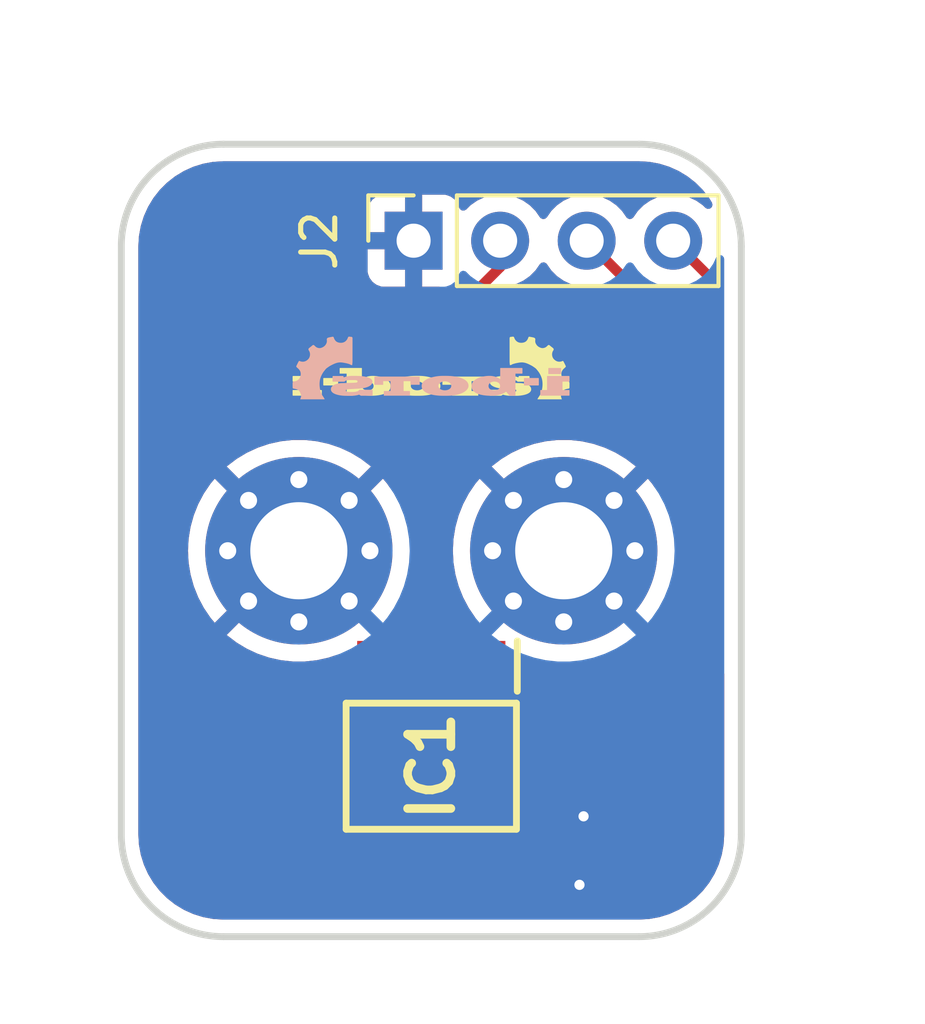
<source format=kicad_pcb>
(kicad_pcb (version 20240108) (generator "pcbnew") (generator_version "8.0")
  (layers (0 "F.Cu" signal) (31 "B.Cu" signal) (34 "B.Paste" user) (35 "F.Paste" user) (36 "B.SilkS" user "B.Silkscreen") (37 "F.SilkS" user "F.Silkscreen") (38 "B.Mask" user) (39 "F.Mask" user) (44 "Edge.Cuts" user))
  (net 0 "")
  (net 3 "Encoder B")
  (net 7 "+5V")
  (net 8 "GND")
  (net 12 "Encoder A")
  (footprint "Connector_PinSocket_2.54mm:PinSocket_1x04_P2.54mm_Vertical" (layer "F.Cu") (at -0.519 -15.418 90)
    (property "Reference" "J2")
    (property "Value" "Conn_01x04_Pin")
  )
  (footprint "Bohrloch:Loch" (layer "F.Cu") (at -3.887801 -6.321985)
    (property "Reference" "REF**" (hide yes))
    (property "Value" "Loch" (hide yes))
  )
  (footprint "Bohrloch:Loch" (layer "F.Cu") (at 3.887801 -6.321985)
    (property "Reference" "REF**" (hide yes))
    (property "Value" "Loch" (hide yes))
  )
  (footprint "AS5047P-ATSM:SOP65P640X120-14N" (layer "F.Cu") (at 0 0 -90)
    (property "Reference" "IC1")
    (property "Value" "AS5047P-ATSM" (hide yes))
  )
  (gr_poly (pts (xy -2.353103 -11.451476) (xy -2.368325 -11.450842) (xy -2.383956 -11.449802) (xy -2.399875 -11.448373) (xy -2.432091 -11.4444) (xy -2.464005 -11.43904) (xy -2.479546 -11.435876) (xy -2.494648 -11.432409) (xy -2.50919 -11.428653) (xy -2.523051 -11.424622) (xy -2.536109 -11.420332) (xy -2.548244 -11.415797) (xy -2.559335 -11.411032) (xy -2.56926 -11.40605) (xy -2.569662 -11.407933) (xy -2.57012 -11.409857) (xy -2.571182 -11.413812) (xy -2.572399 -11.417875) (xy -2.573725 -11.422007) (xy -2.576515 -11.430327) (xy -2.577887 -11.434437) (xy -2.579181 -11.438461) (xy -2.579453 -11.439343) (xy -2.579774 -11.440245) (xy -2.580148 -11.441157) (xy -2.580576 -11.442068) (xy -2.581063 -11.442967) (xy -2.581611 -11.443845) (xy -2.582223 -11.444689) (xy -2.582902 -11.445489) (xy -2.583267 -11.44587) (xy -2.583651 -11.446235) (xy -2.584052 -11.446585) (xy -2.584472 -11.446917) (xy -2.584911 -11.44723) (xy -2.585369 -11.447522) (xy -2.585846 -11.447794) (xy -2.586344 -11.448042) (xy -2.586862 -11.448266) (xy -2.587401 -11.448465) (xy -2.58796 -11.448636) (xy -2.588542 -11.44878) (xy -2.589145 -11.448894) (xy -2.58977 -11.448977) (xy -2.590418 -11.449027) (xy -2.591088 -11.449045) (xy -2.88213 -11.449045) (xy -2.882759 -11.44902) (xy -2.883406 -11.448946) (xy -2.884067 -11.448824) (xy -2.88474 -11.448656) (xy -2.885422 -11.448442) (xy -2.886112 -11.448186) (xy -2.886807 -11.447886) (xy -2.887504 -11.447546) (xy -2.888201 -11.447166) (xy -2.888896 -11.446747) (xy -2.889586 -11.446292) (xy -2.890269 -11.445801) (xy -2.890942 -11.445275) (xy -2.891603 -11.444716) (xy -2.892249 -11.444126) (xy -2.892878 -11.443505) (xy -2.893488 -11.442855) (xy -2.894077 -11.442177) (xy -2.894641 -11.441473) (xy -2.895178 -11.440744) (xy -2.895686 -11.439991) (xy -2.896163 -11.439216) (xy -2.896606 -11.438419) (xy -2.897012 -11.437603) (xy -2.89738 -11.436769) (xy -2.897707 -11.435917) (xy -2.89799 -11.43505) (xy -2.898227 -11.434168) (xy -2.898415 -11.433273) (xy -2.898553 -11.432367) (xy -2.898637 -11.43145) (xy -2.898666 -11.430524) (xy -2.898666 -11.29294) (xy -2.898641 -11.292441) (xy -2.898568 -11.291935) (xy -2.898448 -11.291424) (xy -2.898283 -11.290909) (xy -2.898076 -11.290393) (xy -2.897829 -11.289877) (xy -2.897542 -11.289361) (xy -2.897219 -11.288848) (xy -2.896861 -11.288338) (xy -2.89647 -11.287834) (xy -2.896047 -11.287337) (xy -2.895596 -11.286848) (xy -2.895118 -11.286368) (xy -2.894614 -11.2859) (xy -2.894088 -11.285444) (xy -2.893539 -11.285003) (xy -2.892972 -11.284577) (xy -2.892387 -11.284168) (xy -2.891787 -11.283777) (xy -2.891173 -11.283406) (xy -2.890547 -11.283056) (xy -2.889912 -11.28273) (xy -2.889269 -11.282427) (xy -2.88862 -11.28215) (xy -2.887967 -11.2819) (xy -2.887312 -11.281679) (xy -2.886658 -11.281488) (xy -2.886005 -11.281329) (xy -2.885356 -11.281202) (xy -2.884713 -11.28111) (xy -2.884078 -11.281053) (xy -2.883452 -11.281034) (xy -2.554708 -11.281034) (xy -2.553862 -11.281058) (xy -2.553054 -11.28113) (xy -2.552278 -11.281252) (xy -2.551525 -11.281427) (xy -2.550787 -11.281656) (xy -2.550057 -11.281941) (xy -2.549327 -11.282284) (xy -2.54859 -11.282688) (xy -2.547837 -11.283153) (xy -2.54706 -11.283682) (xy -2.546253 -11.284278) (xy -2.545406 -11.284941) (xy -2.544514 -11.285674) (xy -2.543567 -11.286478) (xy -2.541479 -11.28831) (xy -2.539069 -11.29127) (xy -2.536245 -11.294412) (xy -2.53292 -11.297683) (xy -2.531041 -11.299351) (xy -2.529004 -11.301033) (xy -2.526797 -11.302721) (xy -2.52441 -11.30441) (xy -2.521831 -11.306092) (xy -2.51905 -11.307762) (xy -2.516055 -11.309414) (xy -2.512835 -11.31104) (xy -2.509379 -11.312634) (xy -2.505677 -11.31419) (xy -2.501717 -11.315701) (xy -2.497489 -11.317162) (xy -2.49298 -11.318565) (xy -2.488181 -11.319904) (xy -2.48308 -11.321173) (xy -2.477666 -11.322365) (xy -2.471928 -11.323474) (xy -2.465856 -11.324494) (xy -2.459437 -11.325418) (xy -2.452662 -11.326239) (xy -2.445518 -11.326952) (xy -2.437996 -11.327549) (xy -2.430083 -11.328025) (xy -2.42177 -11.328373) (xy -2.413044 -11.328587) (xy -2.403896 -11.328659) (xy -2.263005 -11.328659) (xy -2.250234 -11.328555) (xy -2.238449 -11.328226) (xy -2.227628 -11.327652) (xy -2.217747 -11.326809) (xy -2.208784 -11.325676) (xy -2.200718 -11.324229) (xy -2.193526 -11.322447) (xy -2.187185 -11.320308) (xy -2.181674 -11.317789) (xy -2.17697 -11.314868) (xy -2.174914 -11.31325) (xy -2.173051 -11.311522) (xy -2.171378 -11.309683) (xy -2.169894 -11.30773) (xy -2.168595 -11.30566) (xy -2.167478 -11.303469) (xy -2.16654 -11.301156) (xy -2.165779 -11.298716) (xy -2.164777 -11.293451) (xy -2.164447 -11.287649) (xy -2.164565 -11.2847) (xy -2.164913 -11.281928) (xy -2.165487 -11.279325) (xy -2.16628 -11.276887) (xy -2.167289 -11.274607) (xy -2.168507 -11.272478) (xy -2.169928 -11.270495) (xy -2.171548 -11.268652) (xy -2.17336 -11.266943) (xy -2.17536 -11.265362) (xy -2.177542 -11.263902) (xy -2.1799 -11.262557) (xy -2.182429 -11.261322) (xy -2.185124 -11.260191) (xy -2.187979 -11.259157) (xy -2.190988 -11.258214) (xy -2.194147 -11.257356) (xy -2.19745 -11.256578) (xy -2.20089 -11.255873) (xy -2.204464 -11.255235) (xy -2.211988 -11.254136) (xy -2.219979 -11.253232) (xy -2.228391 -11.252476) (xy -2.237183 -11.251819) (xy -2.255728 -11.250607) (xy -2.620192 -11.240024) (xy -2.63993 -11.239314) (xy -2.67962 -11.235962) (xy -2.704772 -11.23272) (xy -2.732302 -11.228129) (xy -2.761339 -11.221958) (xy -2.791014 -11.213979) (xy -2.820457 -11.20396) (xy -2.834819 -11.198115) (xy -2.848796 -11.191674) (xy -2.862281 -11.184608) (xy -2.875163 -11.176889) (xy -2.887335 -11.168489) (xy -2.898687 -11.159377) (xy -2.909111 -11.149527) (xy -2.918498 -11.138908) (xy -2.92674 -11.127493) (xy -2.933726 -11.115252) (xy -2.93935 -11.102157) (xy -2.943501 -11.08818) (xy -2.946072 -11.073291) (xy -2.946953 -11.057461) (xy -2.946155 -11.043939) (xy -2.943808 -11.031021) (xy -2.939985 -11.018697) (xy -2.934756 -11.006954) (xy -2.928194 -10.995781) (xy -2.920369 -10.985168) (xy -2.911354 -10.975101) (xy -2.901219 -10.96557) (xy -2.890038 -10.956563) (xy -2.87788 -10.948069) (xy -2.864818 -10.940077) (xy -2.850924 -10.932573) (xy -2.836268 -10.925548) (xy -2.820923 -10.91899) (xy -2.80496 -10.912887) (xy -2.788451 -10.907227) (xy -2.754079 -10.897193) (xy -2.718381 -10.888796) (xy -2.68193 -10.881943) (xy -2.645297 -10.876542) (xy -2.609055 -10.872502) (xy -2.573778 -10.86973) (xy -2.540037 -10.868134) (xy -2.508406 -10.867623) (xy -2.332457 -10.867623) (xy -2.318598 -10.867834) (xy -2.303936 -10.868449) (xy -2.272957 -10.870765) (xy -2.241033 -10.87432) (xy -2.209674 -10.878867) (xy -2.180393 -10.884159) (xy -2.154701 -10.889947) (xy -2.143673 -10.892949) (xy -2.134109 -10.895983) (xy -2.126199 -10.899016) (xy -2.12013 -10.902019) (xy -2.097723 -10.888459) (xy -2.092954 -10.885534) (xy -2.08841 -10.882671) (xy -2.084037 -10.879808) (xy -2.079781 -10.876883) (xy -2.078191 -10.875929) (xy -2.076644 -10.875051) (xy -2.075136 -10.874247) (xy -2.073662 -10.873514) (xy -2.07222 -10.872851) (xy -2.070805 -10.872256) (xy -2.069412 -10.871726) (xy -2.06804 -10.871261) (xy -2.066683 -10.870857) (xy -2.065337 -10.870514) (xy -2.063999 -10.870229) (xy -2.062665 -10.87) (xy -2.061331 -10.869825) (xy -2.059994 -10.869703) (xy -2.058648 -10.869631) (xy -2.057291 -10.869607) (xy -1.735822 -10.869607) (xy -1.735822 -10.87093) (xy -1.735202 -10.870959) (xy -1.734583 -10.871043) (xy -1.733967 -10.87118) (xy -1.733354 -10.871367) (xy -1.732746 -10.871601) (xy -1.732145 -10.87188) (xy -1.73155 -10.872202) (xy -1.730964 -10.872563) (xy -1.730388 -10.872961) (xy -1.729822 -10.873393) (xy -1.729269 -10.873856) (xy -1.728729 -10.874348) (xy -1.728204 -10.874867) (xy -1.727694 -10.875409) (xy -1.726727 -10.876552) (xy -1.725837 -10.877758) (xy -1.725034 -10.879004) (xy -1.724328 -10.88027) (xy -1.723729 -10.881534) (xy -1.723246 -10.882774) (xy -1.723052 -10.883379) (xy -1.72289 -10.88397) (xy -1.722761 -10.884545) (xy -1.722668 -10.8851) (xy -1.722612 -10.885634) (xy -1.722592 -10.886143) (xy -1.722592 -11.033649) (xy -1.722613 -11.034261) (xy -1.722676 -11.034857) (xy -1.722777 -11.035438) (xy -1.722917 -11.036002) (xy -1.723093 -11.03655) (xy -1.723303 -11.037081) (xy -1.723547 -11.037596) (xy -1.723822 -11.038093) (xy -1.724128 -11.038572) (xy -1.724462 -11.039034) (xy -1.724822 -11.039478) (xy -1.725209 -11.039904) (xy -1.725618 -11.040311) (xy -1.72605 -11.0407) (xy -1.726503 -11.04107) (xy -1.726975 -11.041421) (xy -1.727464 -11.041752) (xy -1.727969 -11.042064) (xy -1.728488 -11.042356) (xy -1.72902 -11.042627) (xy -1.729563 -11.042879) (xy -1.730115 -11.043109) (xy -1.730676 -11.043319) (xy -1.731243 -11.043508) (xy -1.731815 -11.043676) (xy -1.73239 -11.043822) (xy -1.732967 -11.043946) (xy -1.733544 -11.044048) (xy -1.73412 -11.044128) (xy -1.734692 -11.044186) (xy -1.73526 -11.04422) (xy -1.735822 -11.044232) (xy -2.107562 -11.044232) (xy -2.108003 -11.044216) (xy -2.108459 -11.044171) (xy -2.108928 -11.044096) (xy -2.109409 -11.043992) (xy -2.110402 -11.0437) (xy -2.111427 -11.043302) (xy -2.112476 -11.042803) (xy -2.113538 -11.042209) (xy -2.114604 -11.041526) (xy -2.115664 -11.040759) (xy -2.116709 -11.039915) (xy -2.117729 -11.039) (xy -2.118713 -11.038018) (xy -2.119654 -11.036977) (xy -2.120539 -11.035881) (xy -2.121361 -11.034736) (xy -2.12211 -11.033549) (xy -2.122775 -11.032326) (xy -2.124292 -11.029208) (xy -2.126227 -11.026179) (xy -2.128566 -11.023242) (xy -2.131292 -11.020395) (xy -2.134392 -11.01764) (xy -2.137848 -11.014976) (xy -2.141646 -11.012406) (xy -2.145771 -11.009929) (xy -2.150207 -11.007546) (xy -2.154938 -11.005258) (xy -2.165226 -11.000967) (xy -2.176512 -10.997062) (xy -2.188673 -10.993548) (xy -2.201586 -10.990429) (xy -2.215127 -10.98771) (xy -2.229175 -10.985396) (xy -2.243605 -10.983491) (xy -2.258295 -10.982002) (xy -2.273121 -10.980932) (xy -2.287961 -10.980287) (xy -2.302692 -10.980071) (xy -2.414479 -10.980071) (xy -2.42272 -10.980175) (xy -2.43102 -10.980503) (xy -2.439296 -10.981078) (xy -2.447468 -10.981921) (xy -2.455454 -10.983054) (xy -2.463173 -10.9845) (xy -2.470542 -10.986282) (xy -2.477482 -10.988421) (xy -2.48391 -10.99094) (xy -2.489744 -10.993862) (xy -2.492414 -10.99548) (xy -2.494905 -10.997207) (xy -2.497207 -10.999046) (xy -2.49931 -11.000999) (xy -2.501203 -11.00307) (xy -2.502877 -11.005261) (xy -2.504322 -11.007574) (xy -2.505526 -11.010013) (xy -2.506481 -11.012581) (xy -2.507176 -11.015279) (xy -2.5076 -11.018112) (xy -2.507743 -11.021081) (xy -2.507601 -11.024219) (xy -2.507183 -11.027188) (xy -2.506505 -11.029991) (xy -2.505583 -11.032633) (xy -2.504433 -11.03512) (xy -2.503069 -11.037455) (xy -2.501508 -11.039643) (xy -2.499764 -11.04169) (xy -2.497854 -11.043598) (xy -2.495793 -11.045374) (xy -2.493596 -11.047021) (xy -2.491279 -11.048545) (xy -2.488858 -11.049949) (xy -2.486347 -11.051238) (xy -2.483762 -11.052418) (xy -2.48112 -11.053493) (xy -2.478434 -11.054466) (xy -2.475722 -11.055344) (xy -2.470278 -11.056828) (xy -2.464911 -11.057984) (xy -2.459746 -11.058846) (xy -2.454907 -11.059453) (xy -2.450517 -11.059841) (xy -2.446701 -11.060047) (xy -2.443582 -11.060107) (xy -2.128729 -11.077305) (xy -2.095987 -11.079659) (xy -2.06229 -11.083053) (xy -2.028059 -11.087564) (xy -1.993719 -11.093273) (xy -1.959693 -11.100257) (xy -1.926404 -11.108594) (xy -1.894276 -11.118363) (xy -1.863732 -11.129643) (xy -1.835196 -11.142512) (xy -1.80909 -11.157048) (xy -1.797082 -11.164966) (xy -1.78584 -11.173331) (xy -1.775417 -11.182151) (xy -1.765867 -11.191437) (xy -1.757242 -11.2012) (xy -1.749596 -11.211447) (xy -1.74298 -11.22219) (xy -1.737449 -11.233439) (xy -1.733055 -11.245202) (xy -1.72985 -11.25749) (xy -1.727889 -11.270313) (xy -1.727223 -11.28368) (xy -1.727824 -11.293997) (xy -1.729607 -11.303989) (xy -1.732546 -11.313654) (xy -1.736614 -11.322994) (xy -1.741786 -11.332008) (xy -1.748035 -11.340695) (xy -1.755333 -11.349057) (xy -1.763655 -11.357091) (xy -1.772974 -11.3648) (xy -1.783264 -11.372181) (xy -1.794498 -11.379236) (xy -1.806649 -11.385964) (xy -1.819691 -11.392365) (xy -1.833597 -11.398439) (xy -1.848341 -11.404186) (xy -1.863897 -11.409605) (xy -1.880238 -11.414697) (xy -1.897336 -11.419461) (xy -1.915167 -11.423897) (xy -1.933703 -11.428006) (xy -1.952918 -11.431786) (xy -1.972784 -11.435239) (xy -2.014368 -11.441159) (xy -2.058243 -11.445765) (xy -2.104196 -11.449056) (xy -2.152016 -11.451032) (xy -2.201489 -11.45169) (xy -2.338411 -11.45169)) (stroke (width -0.000001)) (fill solid) (layer "B.SilkS"))
  (gr_poly (pts (xy 2.734291 -11.390159) (xy 2.733605 -11.390113) (xy 2.732918 -11.390035) (xy 2.732232 -11.389925) (xy 2.731549 -11.389785) (xy 2.730869 -11.389612) (xy 2.730195 -11.389408) (xy 2.729528 -11.389172) (xy 2.72887 -11.388904) (xy 2.728222 -11.388604) (xy 2.727586 -11.388272) (xy 2.726964 -11.387907) (xy 2.726356 -11.38751) (xy 2.725765 -11.387081) (xy 2.725193 -11.386618) (xy 2.72464 -11.386123) (xy 2.724108 -11.385595) (xy 2.723599 -11.385034) (xy 2.723115 -11.38444) (xy 2.722656 -11.383812) (xy 2.722226 -11.383151) (xy 2.721824 -11.382456) (xy 2.721454 -11.381728) (xy 2.721115 -11.380966) (xy 2.720811 -11.38017) (xy 2.720542 -11.37934) (xy 2.72031 -11.378476) (xy 2.720116 -11.377577) (xy 2.719963 -11.376644) (xy 2.719852 -11.375677) (xy 2.719784 -11.374675) (xy 2.719761 -11.373638) (xy 2.719761 -11.182477) (xy 2.719781 -11.181686) (xy 2.719839 -11.180926) (xy 2.719938 -11.180196) (xy 2.720076 -11.179496) (xy 2.720256 -11.178826) (xy 2.720476 -11.178185) (xy 2.720738 -11.177573) (xy 2.721043 -11.176989) (xy 2.72139 -11.176433) (xy 2.72178 -11.175905) (xy 2.722214 -11.175404) (xy 2.722691 -11.174931) (xy 2.723214 -11.174484) (xy 2.723781 -11.174063) (xy 2.724394 -11.173668) (xy 2.725053 -11.173299) (xy 2.725758 -11.172955) (xy 2.726511 -11.172636) (xy 2.727311 -11.172341) (xy 2.728159 -11.172071) (xy 2.729055 -11.171824) (xy 2.73 -11.1716) (xy 2.730995 -11.1714) (xy 2.73204 -11.171222) (xy 2.733135 -11.171066) (xy 2.73428 -11.170932) (xy 2.735478 -11.17082) (xy 2.736727 -11.17073) (xy 2.739382 -11.17061) (xy 2.742251 -11.170571) (xy 3.139787 -11.170571) (xy 3.140768 -11.17059) (xy 3.141725 -11.170648) (xy 3.142657 -11.170745) (xy 3.143565 -11.170881) (xy 3.144447 -11.171055) (xy 3.145304 -11.171268) (xy 3.146135 -11.17152) (xy 3.146939 -11.171811) (xy 3.147716 -11.17214) (xy 3.148466 -11.172508) (xy 3.149187 -11.172915) (xy 3.14988 -11.173361) (xy 3.150543 -11.173846) (xy 3.151177 -11.174369) (xy 3.151781 -11.174931) (xy 3.152355 -11.175532) (xy 3.152898 -11.176171) (xy 3.153409 -11.176849) (xy 3.153888 -11.177566) (xy 3.154334 -11.178322) (xy 3.154748 -11.179117) (xy 3.155128 -11.17995) (xy 3.155474 -11.180822) (xy 3.155786 -11.181733) (xy 3.156063 -11.182682) (xy 3.156305 -11.183671) (xy 3.156511 -11.184698) (xy 3.15668 -11.185764) (xy 3.156813 -11.186868) (xy 3.156908 -11.188012) (xy 3.156966 -11.189194) (xy 3.156985 -11.190414) (xy 3.156985 -11.378268) (xy 3.156964 -11.378885) (xy 3.1569 -11.379492) (xy 3.156795 -11.380091) (xy 3.156648 -11.380679) (xy 3.15646 -11.381257) (xy 3.156231 -11.381823) (xy 3.155961 -11.382378) (xy 3.155652 -11.382919) (xy 3.155303 -11.383447) (xy 3.154914 -11.383961) (xy 3.154487 -11.38446) (xy 3.15402 -11.384943) (xy 3.153516 -11.385409) (xy 3.152973 -11.385858) (xy 3.152393 -11.386289) (xy 3.151776 -11.386702) (xy 3.151122 -11.387095) (xy 3.150432 -11.387469) (xy 3.149705 -11.387821) (xy 3.148943 -11.388152) (xy 3.148145 -11.38846) (xy 3.147313 -11.388746) (xy 3.146446 -11.389007) (xy 3.145544 -11.389245) (xy 3.144609 -11.389457) (xy 3.14364 -11.389643) (xy 3.142637 -11.389802) (xy 3.141602 -11.389935) (xy 3.140535 -11.390039) (xy 3.139435 -11.390114) (xy 3.138304 -11.390159) (xy 3.137142 -11.390175) (xy 2.734975 -11.390175)) (stroke (width -0.000001)) (fill solid) (layer "B.SilkS"))
  (gr_poly (pts (xy 0.284991 -11.45148) (xy 0.241872 -11.448791) (xy 0.195524 -11.444172) (xy 0.146864 -11.43751) (xy 0.096813 -11.428694) (xy 0.04629 -11.41761) (xy -0.003785 -11.404146) (xy -0.052493 -11.38819) (xy -0.098915 -11.36963) (xy -0.14213 -11.348353) (xy -0.162248 -11.33666) (xy -0.18122 -11.324247) (xy -0.19893 -11.311097) (xy -0.215264 -11.297199) (xy -0.230107 -11.282536) (xy -0.243343 -11.267096) (xy -0.254859 -11.250865) (xy -0.264539 -11.233828) (xy -0.272267 -11.215971) (xy -0.27793 -11.19728) (xy -0.281412 -11.177742) (xy -0.282598 -11.157341) (xy -0.281228 -11.133236) (xy -0.27722 -11.110501) (xy -0.270725 -11.089097) (xy -0.261895 -11.068985) (xy -0.250883 -11.050125) (xy -0.237841 -11.032477) (xy -0.22292 -11.016001) (xy -0.206272 -11.000659) (xy -0.18805 -10.986409) (xy -0.168406 -10.973212) (xy -0.14749 -10.961029) (xy -0.125457 -10.949819) (xy -0.102457 -10.939544) (xy -0.078642 -10.930163) (xy -0.029177 -10.913925) (xy 0.021722 -10.900787) (xy 0.072839 -10.890433) (xy 0.122958 -10.882543) (xy 0.170862 -10.8768) (xy 0.215337 -10.872887) (xy 0.255166 -10.870486) (xy 0.316021 -10.868946) (xy 0.477417 -10.868946) (xy 0.544948 -10.870529) (xy 0.609497 -10.875162) (xy 0.670877 -10.882671) (xy 0.728896 -10.892882) (xy 0.783365 -10.90562) (xy 0.834093 -10.92071) (xy 0.880892 -10.937978) (xy 0.923571 -10.95725) (xy 0.96194 -10.978352) (xy 0.99581 -11.001108) (xy 1.024989 -11.025345) (xy 1.04929 -11.050888) (xy 1.06852 -11.077563) (xy 1.076175 -11.09127) (xy 1.082492 -11.105195) (xy 1.087446 -11.119315) (xy 1.091014 -11.13361) (xy 1.093172 -11.148056) (xy 1.093765 -11.159987) (xy 0.58722 -11.159987) (xy 0.586983 -11.152861) (xy 0.58628 -11.145872) (xy 0.585121 -11.139026) (xy 0.583516 -11.13233) (xy 0.581475 -11.125789) (xy 0.57901 -11.119408) (xy 0.576129 -11.113195) (xy 0.572843 -11.107153) (xy 0.569164 -11.10129) (xy 0.5651 -11.095611) (xy 0.560662 -11.090122) (xy 0.555861 -11.084829) (xy 0.550707 -11.079737) (xy 0.54521 -11.074853) (xy 0.53938 -11.070182) (xy 0.533228 -11.06573) (xy 0.526764 -11.061502) (xy 0.519999 -11.057505) (xy 0.512942 -11.053745) (xy 0.505603 -11.050227) (xy 0.497994 -11.046956) (xy 0.490125 -11.04394) (xy 0.482005 -11.041184) (xy 0.473645 -11.038692) (xy 0.465056 -11.036473) (xy 0.456247 -11.03453) (xy 0.44723 -11.03287) (xy 0.438013 -11.031499) (xy 0.428608 -11.030423) (xy 0.419025 -11.029646) (xy 0.409274 -11.029177) (xy 0.399365 -11.029019) (xy 0.380751 -11.029588) (xy 0.362447 -11.031282) (xy 0.344574 -11.034076) (xy 0.327256 -11.037948) (xy 0.310617 -11.042874) (xy 0.294779 -11.048831) (xy 0.279865 -11.055796) (xy 0.265999 -11.063745) (xy 0.253303 -11.072655) (xy 0.247433 -11.077464) (xy 0.241901 -11.082504) (xy 0.236723 -11.087772) (xy 0.231915 -11.093267) (xy 0.227492 -11.098984) (xy 0.223469 -11.104921) (xy 0.219862 -11.111075) (xy 0.216686 -11.117443) (xy 0.213956 -11.124023) (xy 0.211688 -11.130811) (xy 0.209898 -11.137804) (xy 0.208599 -11.145) (xy 0.207809 -11.152395) (xy 0.207543 -11.159987) (xy 0.207866 -11.167929) (xy 0.208817 -11.175629) (xy 0.210372 -11.183087) (xy 0.212502 -11.190303) (xy 0.215182 -11.197276) (xy 0.218386 -11.204005) (xy 0.222088 -11.210489) (xy 0.22626 -11.216728) (xy 0.230877 -11.222721) (xy 0.235912 -11.228467) (xy 0.24134 -11.233965) (xy 0.247133 -11.239215) (xy 0.253266 -11.244216) (xy 0.259713 -11.248967) (xy 0.266446 -11.253468) (xy 0.27344 -11.257718) (xy 0.280669 -11.261716) (xy 0.288106 -11.265461) (xy 0.295725 -11.268952) (xy 0.303499 -11.27219) (xy 0.311403 -11.275173) (xy 0.31941 -11.2779) (xy 0.335628 -11.282585) (xy 0.351943 -11.286238) (xy 0.368144 -11.288856) (xy 0.384022 -11.29043) (xy 0.399365 -11.290956) (xy 0.416518 -11.290401) (xy 0.433645 -11.288747) (xy 0.450598 -11.286012) (xy 0.467227 -11.282212) (xy 0.483383 -11.277367) (xy 0.498918 -11.271492) (xy 0.513681 -11.264606) (xy 0.527523 -11.256726) (xy 0.540296 -11.247869) (xy 0.546235 -11.243079) (xy 0.55185 -11.238052) (xy 0.557123 -11.23279) (xy 0.562036 -11.227294) (xy 0.566569 -11.221567) (xy 0.570704 -11.215612) (xy 0.574423 -11.209429) (xy 0.577706 -11.203022) (xy 0.580535 -11.196393) (xy 0.582892 -11.189544) (xy 0.584757 -11.182476) (xy 0.586113 -11.175193) (xy 0.58694 -11.167696) (xy 0.58722 -11.159987) (xy 1.093765 -11.159987) (xy 1.093897 -11.162633) (xy 1.092882 -11.182262) (xy 1.089887 -11.201095) (xy 1.084987 -11.219145) (xy 1.078255 -11.236423) (xy 1.069767 -11.25294) (xy 1.059595 -11.268706) (xy 1.047815 -11.283735) (xy 1.0345 -11.298036) (xy 1.019725 -11.31162) (xy 1.003564 -11.324501) (xy 0.986091 -11.336687) (xy 0.967381 -11.348191) (xy 0.947508 -11.359025) (xy 0.926546 -11.369198) (xy 0.904569 -11.378724) (xy 0.881651 -11.387612) (xy 0.857868 -11.395874) (xy 0.833292 -11.403521) (xy 0.807999 -11.410565) (xy 0.782062 -11.417017) (xy 0.728555 -11.428189) (xy 0.673364 -11.437128) (xy 0.617085 -11.443924) (xy 0.56031 -11.448666) (xy 0.503635 -11.451445) (xy 0.447652 -11.452352) (xy 0.323959 -11.452352)) (stroke (width -0.000001)) (fill solid) (layer "B.SilkS"))
  (gr_poly (pts (xy 2.035679 -11.684508) (xy 2.034902 -11.684463) (xy 2.034145 -11.684389) (xy 2.033409 -11.684286) (xy 2.032694 -11.684156) (xy 2.032 -11.684) (xy 2.031327 -11.683819) (xy 2.030677 -11.683614) (xy 2.030049 -11.683386) (xy 2.029443 -11.683135) (xy 2.02886 -11.682863) (xy 2.028301 -11.68257) (xy 2.027765 -11.682259) (xy 2.027254 -11.681928) (xy 2.026767 -11.681581) (xy 2.026305 -11.681216) (xy 2.025868 -11.680837) (xy 2.025457 -11.680443) (xy 2.025071 -11.680035) (xy 2.024712 -11.679614) (xy 2.024379 -11.679182) (xy 2.024074 -11.67874) (xy 2.023796 -11.678287) (xy 2.023545 -11.677826) (xy 2.023323 -11.677358) (xy 2.023129 -11.676882) (xy 2.022964 -11.676401) (xy 2.022828 -11.675914) (xy 2.022722 -11.675424) (xy 2.022646 -11.674931) (xy 2.0226 -11.674436) (xy 2.022584 -11.67394) (xy 2.022584 -11.353794) (xy 2.012009 -11.362017) (xy 2.003623 -11.368048) (xy 1.99317 -11.375054) (xy 1.980647 -11.382808) (xy 1.966053 -11.391083) (xy 1.949385 -11.39965) (xy 1.930641 -11.408282) (xy 1.920491 -11.412551) (xy 1.909821 -11.416751) (xy 1.898631 -11.420854) (xy 1.886921 -11.42483) (xy 1.87469 -11.428652) (xy 1.861939 -11.432291) (xy 1.848667 -11.435718) (xy 1.834875 -11.438906) (xy 1.820561 -11.441825) (xy 1.805725 -11.444447) (xy 1.790368 -11.446744) (xy 1.774488 -11.448687) (xy 1.758087 -11.450247) (xy 1.741162 -11.451397) (xy 1.723715 -11.452108) (xy 1.705746 -11.452352) (xy 1.662132 -11.451232) (xy 1.617469 -11.44786) (xy 1.572292 -11.442214) (xy 1.527131 -11.434275) (xy 1.482521 -11.424023) (xy 1.438995 -11.411436) (xy 1.397084 -11.396494) (xy 1.357323 -11.379178) (xy 1.320243 -11.359466) (xy 1.286379 -11.337339) (xy 1.270818 -11.325364) (xy 1.256262 -11.312776) (xy 1.242776 -11.299575) (xy 1.230426 -11.285757) (xy 1.21928 -11.27132) (xy 1.209404 -11.256261) (xy 1.200864 -11.240579) (xy 1.193728 -11.224269) (xy 1.188062 -11.20733) (xy 1.183932 -11.189759) (xy 1.181405 -11.171553) (xy 1.180548 -11.152711) (xy 1.181474 -11.131468) (xy 1.184207 -11.111256) (xy 1.188675 -11.092052) (xy 1.194811 -11.073831) (xy 1.202543 -11.056571) (xy 1.211802 -11.040249) (xy 1.222518 -11.02484) (xy 1.234622 -11.010322) (xy 1.248044 -10.996671) (xy 1.262713 -10.983864) (xy 1.278561 -10.971877) (xy 1.295518 -10.960688) (xy 1.313513 -10.950272) (xy 1.332477 -10.940607) (xy 1.35234 -10.931668) (xy 1.373032 -10.923433) (xy 1.394484 -10.915878) (xy 1.416626 -10.90898) (xy 1.439389 -10.902716) (xy 1.462701 -10.897061) (xy 1.510698 -10.887489) (xy 1.56006 -10.880076) (xy 1.610227 -10.874637) (xy 1.660643 -10.870983) (xy 1.710748 -10.868927) (xy 1.759985 -10.868284) (xy 1.808999 -10.869425) (xy 1.855087 -10.87267) (xy 1.898255 -10.87775) (xy 1.938507 -10.884397) (xy 1.975848 -10.892342) (xy 2.010284 -10.901317) (xy 2.041819 -10.911053) (xy 2.070457 -10.921283) (xy 2.096205 -10.931738) (xy 2.119066 -10.942149) (xy 2.139045 -10.952248) (xy 2.156147 -10.961767) (xy 2.181741 -10.977989) (xy 2.195886 -10.988669) (xy 2.291136 -10.878868) (xy 2.292121 -10.877914) (xy 2.293095 -10.877036) (xy 2.29406 -10.876231) (xy 2.295022 -10.875498) (xy 2.295984 -10.874835) (xy 2.29695 -10.87424) (xy 2.297923 -10.873711) (xy 2.298908 -10.873245) (xy 2.299909 -10.872842) (xy 2.300929 -10.872498) (xy 2.301972 -10.872213) (xy 2.303043 -10.871984) (xy 2.304144 -10.871809) (xy 2.30528 -10.871687) (xy 2.306455 -10.871615) (xy 2.307673 -10.871591) (xy 2.448563 -10.871591) (xy 2.45165 -10.871675) (xy 2.454467 -10.87192) (xy 2.455778 -10.872099) (xy 2.457025 -10.872315) (xy 2.45821 -10.872567) (xy 2.459333 -10.872852) (xy 2.460396 -10.873171) (xy 2.4614 -10.873521) (xy 2.462347 -10.873902) (xy 2.463237 -10.874312) (xy 2.464072 -10.87475) (xy 2.464853 -10.875216) (xy 2.465581 -10.875706) (xy 2.466257 -10.876222) (xy 2.466883 -10.87676) (xy 2.46746 -10.877321) (xy 2.467989 -10.877902) (xy 2.468472 -10.878503) (xy 2.468908 -10.879123) (xy 2.469301 -10.879759) (xy 2.469957 -10.881079) (xy 2.470451 -10.882453) (xy 2.470792 -10.883872) (xy 2.470989 -10.885326) (xy 2.471053 -10.886805) (xy 2.471053 -11.15668) (xy 2.019938 -11.15668) (xy 2.019751 -11.149561) (xy 2.019192 -11.142594) (xy 2.018265 -11.135784) (xy 2.016975 -11.129136) (xy 2.015325 -11.122655) (xy 2.01332 -11.116345) (xy 2.010963 -11.110212) (xy 2.00826 -11.104259) (xy 2.005213 -11.098493) (xy 2.001827 -11.092918) (xy 1.998107 -11.087538) (xy 1.994056 -11.082359) (xy 1.989679 -11.077385) (xy 1.984979 -11.072622) (xy 1.979961 -11.068073) (xy 1.974628 -11.063745) (xy 1.968986 -11.059642) (xy 1.963038 -11.055768) (xy 1.956788 -11.052128) (xy 1.95024 -11.048728) (xy 1.943398 -11.045572) (xy 1.936267 -11.042665) (xy 1.928851 -11.040012) (xy 1.921154 -11.037618) (xy 1.913179 -11.035487) (xy 1.904931 -11.033624) (xy 1.896415 -11.032035) (xy 1.887634 -11.030724) (xy 1.878592 -11.029696) (xy 1.869293 -11.028955) (xy 1.859743 -11.028508) (xy 1.849943 -11.028357) (xy 1.831575 -11.02889) (xy 1.813962 -11.03048) (xy 1.797166 -11.033114) (xy 1.781245 -11.03678) (xy 1.766258 -11.041466) (xy 1.752263 -11.047158) (xy 1.745657 -11.050378) (xy 1.739322 -11.053845) (xy 1.733264 -11.057557) (xy 1.727491 -11.061513) (xy 1.722011 -11.065711) (xy 1.716831 -11.07015) (xy 1.711958 -11.074827) (xy 1.707401 -11.079743) (xy 1.703165 -11.084894) (xy 1.699259 -11.09028) (xy 1.69569 -11.095898) (xy 1.692465 -11.101748) (xy 1.689592 -11.107827) (xy 1.687078 -11.114135) (xy 1.68493 -11.120668) (xy 1.683157 -11.127427) (xy 1.681764 -11.134409) (xy 1.680761 -11.141613) (xy 1.680153 -11.149037) (xy 1.679949 -11.15668) (xy 1.680209 -11.164323) (xy 1.680979 -11.171747) (xy 1.682238 -11.178951) (xy 1.68397 -11.185933) (xy 1.686156 -11.192691) (xy 1.688778 -11.199225) (xy 1.691817 -11.205533) (xy 1.695255 -11.211612) (xy 1.699074 -11.217462) (xy 1.703256 -11.22308) (xy 1.707781 -11.228466) (xy 1.712633 -11.233617) (xy 1.717792 -11.238532) (xy 1.72324 -11.24321) (xy 1.72896 -11.247649) (xy 1.734932 -11.251847) (xy 1.741139 -11.255803) (xy 1.747562 -11.259515) (xy 1.754183 -11.262982) (xy 1.760984 -11.266202) (xy 1.767946 -11.269173) (xy 1.775051 -11.271894) (xy 1.78228 -11.274363) (xy 1.789616 -11.27658) (xy 1.797041 -11.278541) (xy 1.804535 -11.280246) (xy 1.812081 -11.281693) (xy 1.81966 -11.28288) (xy 1.827254 -11.283807) (xy 1.834845 -11.28447) (xy 1.842414 -11.284869) (xy 1.849943 -11.285003) (xy 1.866895 -11.284368) (xy 1.883456 -11.282717) (xy 1.899528 -11.280057) (xy 1.915014 -11.276394) (xy 1.929819 -11.271734) (xy 1.943845 -11.266085) (xy 1.956995 -11.259454) (xy 1.963211 -11.255772) (xy 1.969171 -11.251847) (xy 1.974865 -11.24768) (xy 1.980279 -11.243271) (xy 1.985401 -11.238622) (xy 1.990219 -11.233733) (xy 1.994722 -11.228606) (xy 1.998896 -11.22324) (xy 2.002731 -11.217637) (xy 2.006213 -11.211798) (xy 2.009331 -11.205723) (xy 2.012073 -11.199414) (xy 2.014426 -11.192871) (xy 2.016378 -11.186095) (xy 2.017917 -11.179088) (xy 2.019032 -11.171848) (xy 2.01971 -11.164379) (xy 2.019938 -11.15668) (xy 2.471053 -11.15668) (xy 2.471053 -11.517836) (xy 2.656261 -11.517836) (xy 2.658446 -11.517889) (xy 2.660532 -11.518047) (xy 2.662514 -11.518303) (xy 2.664385 -11.518653) (xy 2.666139 -11.519092) (xy 2.667772 -11.519615) (xy 2.669277 -11.520218) (xy 2.670648 -11.520895) (xy 2.671879 -11.521642) (xy 2.672966 -11.522455) (xy 2.673901 -11.523327) (xy 2.674679 -11.524254) (xy 2.675007 -11.524737) (xy 2.675294 -11.525232) (xy 2.675539 -11.525738) (xy 2.675741 -11.526255) (xy 2.675899 -11.526783) (xy 2.676013 -11.52732) (xy 2.676082 -11.527865) (xy 2.676105 -11.528419) (xy 2.676105 -11.664018) (xy 2.676028 -11.666538) (xy 2.675933 -11.667734) (xy 2.6758 -11.668888) (xy 2.67563 -11.669999) (xy 2.675425 -11.671069) (xy 2.675183 -11.672097) (xy 2.674906 -11.673082) (xy 2.674594 -11.674027) (xy 2.674248 -11.674929) (xy 2.673868 -11.675791) (xy 2.673454 -11.676611) (xy 2.673007 -11.677389) (xy 2.672528 -11.678127) (xy 2.672017 -11.678824) (xy 2.671475 -11.67948) (xy 2.670901 -11.680095) (xy 2.670297 -11.68067) (xy 2.669663 -11.681204) (xy 2.668999 -11.681698) (xy 2.668307 -11.682152) (xy 2.667585 -11.682566) (xy 2.666836 -11.682939) (xy 2.666059 -11.683273) (xy 2.665255 -11.683567) (xy 2.664424 -11.683822) (xy 2.663567 -11.684037) (xy 2.662684 -11.684212) (xy 2.661777 -11.684349) (xy 2.660844 -11.684446) (xy 2.658907 -11.684524) (xy 2.036475 -11.684524)) (stroke (width -0.000001)) (fill solid) (layer "B.SilkS"))
  (gr_poly (pts (xy -1.657904 -11.431828) (xy -1.659295 -11.431758) (xy -1.660616 -11.431616) (xy -1.661249 -11.431511) (xy -1.661863 -11.431382) (xy -1.662458 -11.431224) (xy -1.663033 -11.431035) (xy -1.663587 -11.430813) (xy -1.664121 -11.430556) (xy -1.664634 -11.43026) (xy -1.665124 -11.429924) (xy -1.665593 -11.429544) (xy -1.666038 -11.429118) (xy -1.666461 -11.428644) (xy -1.666859 -11.428119) (xy -1.667234 -11.42754) (xy -1.667584 -11.426905) (xy -1.667908 -11.426212) (xy -1.668207 -11.425457) (xy -1.66848 -11.424639) (xy -1.668726 -11.423754) (xy -1.668945 -11.422801) (xy -1.669136 -11.421776) (xy -1.669299 -11.420677) (xy -1.669434 -11.419502) (xy -1.669539 -11.418248) (xy -1.669615 -11.416913) (xy -1.669661 -11.415493) (xy -1.669676 -11.413987) (xy -1.669676 -11.201659) (xy -1.669652 -11.200653) (xy -1.669577 -11.199628) (xy -1.669445 -11.198595) (xy -1.669253 -11.197566) (xy -1.668994 -11.196553) (xy -1.668665 -11.195567) (xy -1.66826 -11.194619) (xy -1.668028 -11.194163) (xy -1.667775 -11.193722) (xy -1.6675 -11.193296) (xy -1.667204 -11.192886) (xy -1.666885 -11.192496) (xy -1.666544 -11.192125) (xy -1.666178 -11.191775) (xy -1.665788 -11.191449) (xy -1.665373 -11.191146) (xy -1.664932 -11.190869) (xy -1.664466 -11.190619) (xy -1.663972 -11.190398) (xy -1.663452 -11.190207) (xy -1.662903 -11.190048) (xy -1.662326 -11.189921) (xy -1.661719 -11.189829) (xy -1.661083 -11.189772) (xy -1.660416 -11.189753) (xy -1.419645 -11.189753) (xy -1.417974 -11.189771) (xy -1.417193 -11.189814) (xy -1.416451 -11.189898) (xy -1.416096 -11.189959) (xy -1.415752 -11.190036) (xy -1.415419 -11.190129) (xy -1.415098 -11.190241) (xy -1.41479 -11.190374) (xy -1.414493 -11.190528) (xy -1.41421 -11.190707) (xy -1.41394 -11.190911) (xy -1.413683 -11.191141) (xy -1.41344 -11.191401) (xy -1.413212 -11.191691) (xy -1.412998 -11.192014) (xy -1.412799 -11.19237) (xy -1.412616 -11.192762) (xy -1.412448 -11.193191) (xy -1.412296 -11.19366) (xy -1.412161 -11.194169) (xy -1.412043 -11.19472) (xy -1.411942 -11.195315) (xy -1.411858 -11.195957) (xy -1.411793 -11.196645) (xy -1.411745 -11.197383) (xy -1.411717 -11.198172) (xy -1.411707 -11.199013) (xy -1.411707 -11.296909) (xy -1.197394 -11.296909) (xy -1.197394 -11.009175) (xy -1.381941 -11.009175) (xy -1.381941 -11.008513) (xy -1.384324 -11.008477) (xy -1.385436 -11.008426) (xy -1.386489 -11.008348) (xy -1.387481 -11.008239) (xy -1.388406 -11.008095) (xy -1.389262 -11.007912) (xy -1.390044 -11.007686) (xy -1.390749 -11.007415) (xy -1.391373 -11.007092) (xy -1.391653 -11.006911) (xy -1.391911 -11.006716) (xy -1.392147 -11.006506) (xy -1.39236 -11.006281) (xy -1.392549 -11.00604) (xy -1.392716 -11.005784) (xy -1.392857 -11.005511) (xy -1.392975 -11.005221) (xy -1.393067 -11.004914) (xy -1.393133 -11.004589) (xy -1.393173 -11.004245) (xy -1.393186 -11.003883) (xy -1.393186 -10.87556) (xy -1.393173 -10.875198) (xy -1.393133 -10.874854) (xy -1.393067 -10.874529) (xy -1.392975 -10.874222) (xy -1.392857 -10.873932) (xy -1.392716 -10.873659) (xy -1.392549 -10.873403) (xy -1.39236 -10.873162) (xy -1.392147 -10.872938) (xy -1.391911 -10.872728) (xy -1.391653 -10.872532) (xy -1.391373 -10.872351) (xy -1.391071 -10.872183) (xy -1.390749 -10.872029) (xy -1.390407 -10.871887) (xy -1.390044 -10.871757) (xy -1.389663 -10.871638) (xy -1.389262 -10.871531) (xy -1.388843 -10.871435) (xy -1.388406 -10.871349) (xy -1.387952 -10.871272) (xy -1.387481 -10.871204) (xy -1.386993 -10.871146) (xy -1.386489 -10.871095) (xy -1.385436 -10.871017) (xy -1.384324 -10.870966) (xy -1.383158 -10.870938) (xy -1.381941 -10.87093) (xy -0.633832 -10.87093) (xy -0.633519 -10.87094) (xy -0.633198 -10.870969) (xy -0.632872 -10.871018) (xy -0.632542 -10.871086) (xy -0.632208 -10.871175) (xy -0.631872 -10.871283) (xy -0.631534 -10.871412) (xy -0.631197 -10.87156) (xy -0.63086 -10.871729) (xy -0.630526 -10.871919) (xy -0.630195 -10.872129) (xy -0.629867 -10.87236) (xy -0.629546 -10.872612) (xy -0.62923 -10.872884) (xy -0.628923 -10.873178) (xy -0.628623 -10.873493) (xy -0.628334 -10.873829) (xy -0.628055 -10.874187) (xy -0.627788 -10.874566) (xy -0.627534 -10.874967) (xy -0.627294 -10.87539) (xy -0.62707 -10.875834) (xy -0.626861 -10.876301) (xy -0.62667 -10.87679) (xy -0.626497 -10.877301) (xy -0.626344 -10.877835) (xy -0.626211 -10.878391) (xy -0.6261 -10.878969) (xy -0.626012 -10.879571) (xy -0.625948 -10.880195) (xy -0.625908 -10.880843) (xy -0.625895 -10.881513) (xy -0.625895 -10.998591) (xy -0.625906 -10.998969) (xy -0.62594 -10.999357) (xy -0.626073 -11.000157) (xy -0.626287 -11.000981) (xy -0.626577 -11.001816) (xy -0.626936 -11.002651) (xy -0.62736 -11.003475) (xy -0.627841 -11.004275) (xy -0.628375 -11.005041) (xy -0.628956 -11.00576) (xy -0.629577 -11.00642) (xy -0.630233 -11.007011) (xy -0.630572 -11.007277) (xy -0.630918 -11.007521) (xy -0.631269 -11.007742) (xy -0.631626 -11.007938) (xy -0.631987 -11.008108) (xy -0.632352 -11.00825) (xy -0.632719 -11.008363) (xy -0.633089 -11.008445) (xy -0.63346 -11.008496) (xy -0.633832 -11.008513) (xy -0.812426 -11.008513) (xy -0.812426 -11.296248) (xy -0.612004 -11.296248) (xy -0.612004 -11.196367) (xy -0.611987 -11.195887) (xy -0.611936 -11.195436) (xy -0.611853 -11.195014) (xy -0.61174 -11.194621) (xy -0.611596 -11.194254) (xy -0.611424 -11.193914) (xy -0.611226 -11.193599) (xy -0.611002 -11.193308) (xy -0.610754 -11.193041) (xy -0.610482 -11.192795) (xy -0.61019 -11.192571) (xy -0.609877 -11.192368) (xy -0.609545 -11.192183) (xy -0.609195 -11.192018) (xy -0.60883 -11.191869) (xy -0.608449 -11.191737) (xy -0.608055 -11.191621) (xy -0.607649 -11.191519) (xy -0.607231 -11.191431) (xy -0.606804 -11.191355) (xy -0.605927 -11.191237) (xy -0.605028 -11.191158) (xy -0.604117 -11.191111) (xy -0.603205 -11.191086) (xy -0.601421 -11.191076) (xy -0.352051 -11.191076) (xy -0.350828 -11.191122) (xy -0.349641 -11.191258) (xy -0.348496 -11.191481) (xy -0.3474 -11.191789) (xy -0.346359 -11.192178) (xy -0.34586 -11.192402) (xy -0.345377 -11.192645) (xy -0.344911 -11.192908) (xy -0.344462 -11.193189) (xy -0.34403 -11.193487) (xy -0.343618 -11.193804) (xy -0.343224 -11.194138) (xy -0.342851 -11.19449) (xy -0.342499 -11.194858) (xy -0.342168 -11.195242) (xy -0.34186 -11.195643) (xy -0.341574 -11.196058) (xy -0.341312 -11.19649) (xy -0.341075 -11.196936) (xy -0.340863 -11.197397) (xy -0.340677 -11.197871) (xy -0.340517 -11.19836) (xy -0.340385 -11.198862) (xy -0.340281 -11.199377) (xy -0.340206 -11.199905) (xy -0.34016 -11.200445) (xy -0.340145 -11.200998) (xy -0.340145 -11.421263) (xy -0.340157 -11.421759) (xy -0.340191 -11.422254) (xy -0.340247 -11.422747) (xy -0.340326 -11.423237) (xy -0.340426 -11.423724) (xy -0.340546 -11.424205) (xy -0.340848 -11.425149) (xy -0.341227 -11.426063) (xy -0.34168 -11.426937) (xy -0.342202 -11.427766) (xy -0.342489 -11.42816) (xy -0.342791 -11.428539) (xy -0.343109 -11.428904) (xy -0.343441 -11.429251) (xy -0.343789 -11.429581) (xy -0.34415 -11.429893) (xy -0.344525 -11.430186) (xy -0.344913 -11.430458) (xy -0.345314 -11.430709) (xy -0.345726 -11.430937) (xy -0.346151 -11.431142) (xy -0.346586 -11.431323) (xy -0.347032 -11.431479) (xy -0.347489 -11.431609) (xy -0.347955 -11.431711) (xy -0.34843 -11.431786) (xy -0.348914 -11.431831) (xy -0.349406 -11.431847) (xy -1.656447 -11.431847)) (stroke (width -0.000001)) (fill solid) (layer "B.SilkS"))
  (gr_poly (pts (xy -2.411977 -12.604116) (xy -2.414299 -12.604) (xy -2.416536 -12.603773) (xy -2.418692 -12.603433) (xy -2.42077 -12.602979) (xy -2.422774 -12.602409) (xy -2.424706 -12.601721) (xy -2.42657 -12.600913) (xy -2.428369 -12.599982) (xy -2.430106 -12.598928) (xy -2.431784 -12.597747) (xy -2.433406 -12.596439) (xy -2.434976 -12.595001) (xy -2.436496 -12.593431) (xy -2.43797 -12.591727) (xy -2.439401 -12.589887) (xy -2.440792 -12.587911) (xy -2.442146 -12.585794) (xy -2.443467 -12.583536) (xy -2.446019 -12.578588) (xy -2.448475 -12.573051) (xy -2.450859 -12.566909) (xy -2.453154 -12.560762) (xy -2.455578 -12.554721) (xy -2.458136 -12.548785) (xy -2.460832 -12.542952) (xy -2.463672 -12.537219) (xy -2.46666 -12.531586) (xy -2.469801 -12.526049) (xy -2.4731 -12.520607) (xy -2.476562 -12.515258) (xy -2.480191 -12.510001) (xy -2.483993 -12.504832) (xy -2.487973 -12.499751) (xy -2.492134 -12.494754) (xy -2.496482 -12.489842) (xy -2.501023 -12.48501) (xy -2.50576 -12.480258) (xy -2.514805 -12.471829) (xy -2.52408 -12.46414) (xy -2.533582 -12.457172) (xy -2.543308 -12.450906) (xy -2.553254 -12.445322) (xy -2.563419 -12.4404) (xy -2.573799 -12.436122) (xy -2.584391 -12.432468) (xy -2.595192 -12.429418) (xy -2.606199 -12.426954) (xy -2.61741 -12.425055) (xy -2.628822 -12.423703) (xy -2.640431 -12.422879) (xy -2.652235 -12.422561) (xy -2.664231 -12.422733) (xy -2.676416 -12.423373) (xy -2.684686 -12.424103) (xy -2.692873 -12.425059) (xy -2.70097 -12.426249) (xy -2.708972 -12.427683) (xy -2.716874 -12.429368) (xy -2.724669 -12.431314) (xy -2.732352 -12.43353) (xy -2.739916 -12.436023) (xy -2.747357 -12.438804) (xy -2.754668 -12.441879) (xy -2.761843 -12.445259) (xy -2.768876 -12.448953) (xy -2.775762 -12.452967) (xy -2.782495 -12.457313) (xy -2.78907 -12.461997) (xy -2.795479 -12.467029) (xy -2.798898 -12.469957) (xy -2.802215 -12.47303) (xy -2.805435 -12.476236) (xy -2.808564 -12.479566) (xy -2.811607 -12.483007) (xy -2.814571 -12.486551) (xy -2.817461 -12.490186) (xy -2.820284 -12.493901) (xy -2.823044 -12.497686) (xy -2.825748 -12.501529) (xy -2.831012 -12.509352) (xy -2.83612 -12.517283) (xy -2.84112 -12.525237) (xy -2.842803 -12.52812) (xy -2.844388 -12.53106) (xy -2.845884 -12.534052) (xy -2.8473 -12.537092) (xy -2.848647 -12.540174) (xy -2.849933 -12.543294) (xy -2.852364 -12.549629) (xy -2.856932 -12.562537) (xy -2.859224 -12.569034) (xy -2.861624 -12.575508) (xy -2.86338 -12.579758) (xy -2.864275 -12.581724) (xy -2.865186 -12.583585) (xy -2.866115 -12.585344) (xy -2.867065 -12.587002) (xy -2.868037 -12.588559) (xy -2.869035 -12.590019) (xy -2.870061 -12.591381) (xy -2.871118 -12.592649) (xy -2.872208 -12.593822) (xy -2.873333 -12.594902) (xy -2.874497 -12.595892) (xy -2.875702 -12.596792) (xy -2.87695 -12.597603) (xy -2.878244 -12.598328) (xy -2.879586 -12.598968) (xy -2.88098 -12.599524) (xy -2.882427 -12.599998) (xy -2.88393 -12.60039) (xy -2.885491 -12.600704) (xy -2.887114 -12.600939) (xy -2.888801 -12.601097) (xy -2.890553 -12.601181) (xy -2.892375 -12.601191) (xy -2.894268 -12.601129) (xy -2.896235 -12.600996) (xy -2.898278 -12.600793) (xy -2.902604 -12.600187) (xy -2.907266 -12.599321) (xy -2.919172 -12.596951) (xy -2.931078 -12.594752) (xy -2.95489 -12.590556) (xy -2.966797 -12.588404) (xy -2.978703 -12.586112) (xy -2.990609 -12.583603) (xy -3.002516 -12.5808) (xy -3.011927 -12.578417) (xy -3.020573 -12.575938) (xy -3.02846 -12.573299) (xy -3.035599 -12.570434) (xy -3.03889 -12.568896) (xy -3.041997 -12.567278) (xy -3.044922 -12.56557) (xy -3.047664 -12.563766) (xy -3.050226 -12.561857) (xy -3.052608 -12.559834) (xy -3.054812 -12.55769) (xy -3.056838 -12.555416) (xy -3.058688 -12.553005) (xy -3.060362 -12.550448) (xy -3.061863 -12.547738) (xy -3.06319 -12.544865) (xy -3.064346 -12.541823) (xy -3.06533 -12.538602) (xy -3.066145 -12.535195) (xy -3.066791 -12.531593) (xy -3.067269 -12.52779) (xy -3.067581 -12.523775) (xy -3.067727 -12.519542) (xy -3.067709 -12.515082) (xy -3.067528 -12.510386) (xy -3.067184 -12.505448) (xy -3.066015 -12.49481) (xy -3.064965 -12.484763) (xy -3.064524 -12.474954) (xy -3.06467 -12.465373) (xy -3.065375 -12.456012) (xy -3.066615 -12.446859) (xy -3.068364 -12.437907) (xy -3.070598 -12.429144) (xy -3.073292 -12.420562) (xy -3.076419 -12.41215) (xy -3.079955 -12.403898) (xy -3.083875 -12.395799) (xy -3.088154 -12.38784) (xy -3.092766 -12.380013) (xy -3.097686 -12.372309) (xy -3.102888 -12.364716) (xy -3.108349 -12.357227) (xy -3.113929 -12.350195) (xy -3.119753 -12.343478) (xy -3.125815 -12.337068) (xy -3.13211 -12.330955) (xy -3.138634 -12.325128) (xy -3.145382 -12.319578) (xy -3.152348 -12.314296) (xy -3.159529 -12.309271) (xy -3.16692 -12.304495) (xy -3.174514 -12.299956) (xy -3.182308 -12.295647) (xy -3.190297 -12.291556) (xy -3.198476 -12.287675) (xy -3.20684 -12.283994) (xy -3.215384 -12.280502) (xy -3.224104 -12.27719) (xy -3.232871 -12.274242) (xy -3.241564 -12.271833) (xy -3.250185 -12.269945) (xy -3.258737 -12.26856) (xy -3.267224 -12.26766) (xy -3.275647 -12.267226) (xy -3.28401 -12.267239) (xy -3.292317 -12.267682) (xy -3.300569 -12.268535) (xy -3.308769 -12.269781) (xy -3.316921 -12.271401) (xy -3.325028 -12.273377) (xy -3.333092 -12.275689) (xy -3.341116 -12.278321) (xy -3.349104 -12.281253) (xy -3.357057 -12.284466) (xy -3.361739 -12.286689) (xy -3.366359 -12.289128) (xy -3.370917 -12.291768) (xy -3.375413 -12.294595) (xy -3.379846 -12.297592) (xy -3.384218 -12.300745) (xy -3.388528 -12.304036) (xy -3.392776 -12.307452) (xy -3.396961 -12.310976) (xy -3.401085 -12.314594) (xy -3.409147 -12.322046) (xy -3.41696 -12.329683) (xy -3.424526 -12.337383) (xy -3.429711 -12.34239) (xy -3.434631 -12.346744) (xy -3.437006 -12.348676) (xy -3.43933 -12.350443) (xy -3.441611 -12.352047) (xy -3.443853 -12.353485) (xy -3.446062 -12.35476) (xy -3.448244 -12.355869) (xy -3.450404 -12.356813) (xy -3.452547 -12.357591) (xy -3.45468 -12.358204) (xy -3.456808 -12.358651) (xy -3.458937 -12.358932) (xy -3.461071 -12.359046) (xy -3.463217 -12.358994) (xy -3.465381 -12.358774) (xy -3.467567 -12.358388) (xy -3.469781 -12.357834) (xy -3.47203 -12.357113) (xy -3.474317 -12.356223) (xy -3.47665 -12.355166) (xy -3.479034 -12.35394) (xy -3.481474 -12.352546) (xy -3.483975 -12.350983) (xy -3.486544 -12.34925) (xy -3.489186 -12.347349) (xy -3.49471 -12.343037) (xy -3.500593 -12.338045) (xy -3.510135 -12.3297) (xy -3.519879 -12.321518) (xy -3.529778 -12.313476) (xy -3.539785 -12.30555) (xy -3.579969 -12.274545) (xy -3.582629 -12.272427) (xy -3.585153 -12.270289) (xy -3.587541 -12.268132) (xy -3.589791 -12.265956) (xy -3.591903 -12.26376) (xy -3.593876 -12.261545) (xy -3.59571 -12.259311) (xy -3.597404 -12.257057) (xy -3.598958 -12.254784) (xy -3.60037 -12.252492) (xy -3.601641 -12.25018) (xy -3.602769 -12.247849) (xy -3.603755 -12.245498) (xy -3.604597 -12.243128) (xy -3.605295 -12.240739) (xy -3.605848 -12.23833) (xy -3.606256 -12.235902) (xy -3.606517 -12.233454) (xy -3.606633 -12.230987) (xy -3.606601 -12.228501) (xy -3.606421 -12.225995) (xy -3.606093 -12.22347) (xy -3.605616 -12.220926) (xy -3.60499 -12.218362) (xy -3.604213 -12.215779) (xy -3.603286 -12.213176) (xy -3.602207 -12.210554) (xy -3.600976 -12.207913) (xy -3.599592 -12.205252) (xy -3.598056 -12.202572) (xy -3.596365 -12.199873) (xy -3.59452 -12.197154) (xy -3.589508 -12.189659) (xy -3.584891 -12.181945) (xy -3.580665 -12.174029) (xy -3.57683 -12.165927) (xy -3.573384 -12.157658) (xy -3.570325 -12.149237) (xy -3.567653 -12.140682) (xy -3.565364 -12.132011) (xy -3.561934 -12.114385) (xy -3.560022 -12.096497) (xy -3.559616 -12.078483) (xy -3.560703 -12.06048) (xy -3.56327 -12.042624) (xy -3.567306 -12.025052) (xy -3.572797 -12.007901) (xy -3.57973 -11.991306) (xy -3.583734 -11.983261) (xy -3.588094 -11.975405) (xy -3.592808 -11.967758) (xy -3.597875 -11.960335) (xy -3.603293 -11.953154) (xy -3.609061 -11.946232) (xy -3.615177 -11.939586) (xy -3.62164 -11.933232) (xy -3.63299 -11.923102) (xy -3.644477 -11.913802) (xy -3.656113 -11.905339) (xy -3.667911 -11.89772) (xy -3.679883 -11.890954) (xy -3.692042 -11.885049) (xy -3.704401 -11.880012) (xy -3.716972 -11.875851) (xy -3.729768 -11.872573) (xy -3.742802 -11.870187) (xy -3.756085 -11.8687) (xy -3.769631 -11.86812) (xy -3.783452 -11.868454) (xy -3.79756 -11.869711) (xy -3.81197 -11.871899) (xy -3.826692 -11.875024) (xy -3.830688 -11.87605) (xy -3.834722 -11.877153) (xy -3.838773 -11.878349) (xy -3.842815 -11.879654) (xy -3.846826 -11.881083) (xy -3.850784 -11.882651) (xy -3.852735 -11.883493) (xy -3.854663 -11.884375) (xy -3.856567 -11.885299) (xy -3.858442 -11.886269) (xy -3.860099 -11.887147) (xy -3.861721 -11.887922) (xy -3.863309 -11.888597) (xy -3.864863 -11.889174) (xy -3.866383 -11.889654) (xy -3.867869 -11.89004) (xy -3.869321 -11.890334) (xy -3.870741 -11.890537) (xy -3.872127 -11.890652) (xy -3.873481 -11.890681) (xy -3.874803 -11.890626) (xy -3.876092 -11.890489) (xy -3.877349 -11.890272) (xy -3.878575 -11.889978) (xy -3.879769 -11.889607) (xy -3.880931 -11.889162) (xy -3.882063 -11.888646) (xy -3.883164 -11.888061) (xy -3.884235 -11.887407) (xy -3.885275 -11.886688) (xy -3.886285 -11.885906) (xy -3.887265 -11.885062) (xy -3.888216 -11.884159) (xy -3.889138 -11.883199) (xy -3.890894 -11.881115) (xy -3.892535 -11.878826) (xy -3.894065 -11.876349) (xy -3.895484 -11.873701) (xy -3.913198 -11.839553) (xy -3.930541 -11.805405) (xy -3.947388 -11.77101) (xy -3.955586 -11.753641) (xy -3.963614 -11.736118) (xy -3.96389 -11.735411) (xy -3.964098 -11.734657) (xy -3.964241 -11.733859) (xy -3.964322 -11.73302) (xy -3.964343 -11.732143) (xy -3.964306 -11.731231) (xy -3.964214 -11.730288) (xy -3.964069 -11.729317) (xy -3.96363 -11.727302) (xy -3.96301 -11.725211) (xy -3.962226 -11.72307) (xy -3.961299 -11.720904) (xy -3.960248 -11.718738) (xy -3.959092 -11.716597) (xy -3.957851 -11.714506) (xy -3.956545 -11.712491) (xy -3.955191 -11.710577) (xy -3.953811 -11.708788) (xy -3.952423 -11.707151) (xy -3.951046 -11.70569) (xy -3.892838 -11.652112) (xy -3.882992 -11.641337) (xy -3.87404 -11.630341) (xy -3.865976 -11.61912) (xy -3.858793 -11.607671) (xy -3.852486 -11.595988) (xy -3.847049 -11.58407) (xy -3.842477 -11.571911) (xy -3.838763 -11.559508) (xy -3.835902 -11.546857) (xy -3.833888 -11.533954) (xy -3.832714 -11.520795) (xy -3.832376 -11.507377) (xy -3.832867 -11.493695) (xy -3.834182 -11.479746) (xy -3.836315 -11.465525) (xy -3.83926 -11.451029) (xy -3.841134 -11.443308) (xy -3.843279 -11.43577) (xy -3.845685 -11.428413) (xy -3.848344 -11.421232) (xy -3.851248 -11.414227) (xy -3.854387 -11.407392) (xy -3.857752 -11.400726) (xy -3.861336 -11.394226) (xy -3.865128 -11.387889) (xy -3.869122 -11.381712) (xy -3.873307 -11.375691) (xy -3.877675 -11.369825) (xy -3.882218 -11.364109) (xy -3.886927 -11.358542) (xy -3.891792 -11.353121) (xy -3.896806 -11.347841) (xy -3.90302 -11.341825) (xy -3.909502 -11.336173) (xy -3.916237 -11.330877) (xy -3.923213 -11.325931) (xy -3.930418 -11.321325) (xy -3.937839 -11.317053) (xy -3.945463 -11.313106) (xy -3.953278 -11.309477) (xy -3.961272 -11.306158) (xy -3.969431 -11.303141) (xy -3.977743 -11.300419) (xy -3.986196 -11.297984) (xy -3.994777 -11.295828) (xy -4.003473 -11.293943) (xy -4.012272 -11.292322) (xy -4.02116 -11.290956) (xy -4.023714 -11.290676) (xy -4.026393 -11.290545) (xy -4.032013 -11.290522) (xy -4.037787 -11.290468) (xy -4.04066 -11.290298) (xy -4.043485 -11.289964) (xy -4.046232 -11.289413) (xy -4.047567 -11.289039) (xy -4.048872 -11.288592) (xy -4.050143 -11.288064) (xy -4.051377 -11.287449) (xy -4.052569 -11.286741) (xy -4.053717 -11.285933) (xy -4.054816 -11.285018) (xy -4.055863 -11.28399) (xy -4.056854 -11.282843) (xy -4.057786 -11.281569) (xy -4.058655 -11.280163) (xy -4.059457 -11.278617) (xy -4.06019 -11.276925) (xy -4.060848 -11.275081) (xy -4.061504 -11.273221) (xy -4.062224 -11.271359) (xy -4.063793 -11.267629) (xy -4.065441 -11.263884) (xy -4.067049 -11.260116) (xy -4.067802 -11.25822) (xy -4.068502 -11.256316) (xy -4.069135 -11.254402) (xy -4.069685 -11.252478) (xy -4.070138 -11.250542) (xy -4.070479 -11.248593) (xy -4.070695 -11.246631) (xy -4.07077 -11.244654) (xy -4.071038 -11.212305) (xy -4.070935 -11.179831) (xy -4.070108 -11.115008) (xy -4.070043 -11.11138) (xy -4.069833 -11.107938) (xy -4.069459 -11.104679) (xy -4.068899 -11.101603) (xy -4.068544 -11.100134) (xy -4.068134 -11.09871) (xy -4.067668 -11.097331) (xy -4.067143 -11.095998) (xy -4.066557 -11.094709) (xy -4.065907 -11.093466) (xy -4.065189 -11.092267) (xy -4.064403 -11.091113) (xy -4.063545 -11.090004) (xy -4.062613 -11.088939) (xy -4.061604 -11.087918) (xy -4.060516 -11.086941) (xy -4.059346 -11.086009) (xy -4.058091 -11.085121) (xy -4.05675 -11.084276) (xy -4.055319 -11.083475) (xy -4.053796 -11.082718) (xy -4.052178 -11.082004) (xy -4.050463 -11.081334) (xy -4.048649 -11.080707) (xy -4.046732 -11.080123) (xy -4.04471 -11.079582) (xy -4.042582 -11.079083) (xy -4.040343 -11.078628) (xy -4.010898 -11.072913) (xy -3.996125 -11.069942) (xy -3.981391 -11.066639) (xy -3.96675 -11.062809) (xy -3.959481 -11.060635) (xy -3.952256 -11.058257) (xy -3.945081 -11.055651) (xy -3.937963 -11.052791) (xy -3.93091 -11.049655) (xy -3.923927 -11.046217) (xy -3.916954 -11.042475) (xy -3.910404 -11.038453) (xy -3.904252 -11.034166) (xy -3.898471 -11.029628) (xy -3.893034 -11.024854) (xy -3.887917 -11.019858) (xy -3.883092 -11.014654) (xy -3.878534 -11.009258) (xy -3.874216 -11.003683) (xy -3.870112 -10.997944) (xy -3.866196 -10.992057) (xy -3.862442 -10.986034) (xy -3.858823 -10.979892) (xy -3.855314 -10.973643) (xy -3.84852 -10.960889) (xy -3.846844 -10.957386) (xy -3.845279 -10.953828) (xy -3.843813 -10.950222) (xy -3.842433 -10.946574) (xy -3.839881 -10.939181) (xy -3.837523 -10.931702) (xy -3.832986 -10.916705) (xy -3.830605 -10.909296) (xy -3.828015 -10.902019) (xy -3.825474 -10.894856) (xy -3.823531 -10.887751) (xy -3.822148 -10.8807) (xy -3.821287 -10.8737) (xy -3.82091 -10.866746) (xy -3.82098 -10.859835) (xy -3.82146 -10.852963) (xy -3.82231 -10.846125) (xy -3.823493 -10.839319) (xy -3.824973 -10.83254) (xy -3.826709 -10.825784) (xy -3.828666 -10.819047) (xy -3.833088 -10.805616) (xy -3.837937 -10.792217) (xy -3.839148 -10.78896) (xy -3.840314 -10.785633) (xy -3.841448 -10.782229) (xy -3.842567 -10.778739) (xy -3.847197 -10.763774) (xy -3.135469 -10.763774) (xy -3.134754 -10.765421) (xy -3.134093 -10.766905) (xy -3.132905 -10.769479) (xy -3.13184 -10.77168) (xy -3.130837 -10.773696) (xy -3.15159 -10.809001) (xy -3.156914 -10.817847) (xy -3.16237 -10.826623) (xy -3.167997 -10.83529) (xy -3.173832 -10.84381) (xy -3.180304 -10.852918) (xy -3.186572 -10.862135) (xy -3.192632 -10.87146) (xy -3.198482 -10.880893) (xy -3.204119 -10.890435) (xy -3.209539 -10.900086) (xy -3.214741 -10.909845) (xy -3.219721 -10.919713) (xy -3.224476 -10.929689) (xy -3.229003 -10.939773) (xy -3.2333 -10.949966) (xy -3.237363 -10.960268) (xy -3.24119 -10.970678) (xy -3.244777 -10.981197) (xy -3.248122 -10.991824) (xy -3.251222 -11.00256) (xy -3.256314 -11.022047) (xy -3.260919 -11.041564) (xy -3.265033 -11.06111) (xy -3.268648 -11.080685) (xy -3.271759 -11.100286) (xy -3.27436 -11.119914) (xy -3.276446 -11.139566) (xy -3.278011 -11.159243) (xy -3.279049 -11.178943) (xy -3.279554 -11.198666) (xy -3.27952 -11.21841) (xy -3.278941 -11.238174) (xy -3.277813 -11.257957) (xy -3.276128 -11.277759) (xy -3.273881 -11.297579) (xy -3.271066 -11.317414) (xy -3.268619 -11.33136) (xy -3.265755 -11.345171) (xy -3.262489 -11.358852) (xy -3.258839 -11.372408) (xy -3.254821 -11.385845) (xy -3.250451 -11.399165) (xy -3.245745 -11.412376) (xy -3.240721 -11.42548) (xy -3.235395 -11.438484) (xy -3.229783 -11.451392) (xy -3.217767 -11.47694) (xy -3.204805 -11.502162) (xy -3.19103 -11.527097) (xy -3.186219 -11.535323) (xy -3.181224 -11.543393) (xy -3.176062 -11.551319) (xy -3.170752 -11.559115) (xy -3.159752 -11.574373) (xy -3.148365 -11.589274) (xy -3.101733 -11.647482) (xy -3.097256 -11.652834) (xy -3.092524 -11.657985) (xy -3.087559 -11.662955) (xy -3.082385 -11.66776) (xy -3.077025 -11.672418) (xy -3.071502 -11.676945) (xy -3.06584 -11.681361) (xy -3.060061 -11.685681) (xy -3.012436 -11.71892) (xy -3.003913 -11.724809) (xy -2.995228 -11.730567) (xy -2.986403 -11.736186) (xy -2.977461 -11.741657) (xy -2.968427 -11.746973) (xy -2.959323 -11.752127) (xy -2.950172 -11.75711) (xy -2.940998 -11.761914) (xy -2.909816 -11.777707) (xy -2.894222 -11.785448) (xy -2.878573 -11.793003) (xy -2.862831 -11.80031) (xy -2.846957 -11.807307) (xy -2.830913 -11.813932) (xy -2.814659 -11.820123) (xy -2.795383 -11.826714) (xy -2.785622 -11.82973) (xy -2.775789 -11.832546) (xy -2.765889 -11.835153) (xy -2.755931 -11.83754) (xy -2.74592 -11.839699) (xy -2.735864 -11.84162) (xy -2.725769 -11.843293) (xy -2.715642 -11.844708) (xy -2.705489 -11.845855) (xy -2.695318 -11.846726) (xy -2.685136 -11.847309) (xy -2.674949 -11.847597) (xy -2.664764 -11.847577) (xy -2.654587 -11.847243) (xy -2.636204 -11.846115) (xy -2.617783 -11.844297) (xy -2.599346 -11.841906) (xy -2.580917 -11.839057) (xy -2.562519 -11.835867) (xy -2.544175 -11.832453) (xy -2.507743 -11.825414) (xy -2.494598 -11.822727) (xy -2.481461 -11.819668) (xy -2.468339 -11.816299) (xy -2.45524 -11.812681) (xy -2.429144 -11.804951) (xy -2.403234 -11.796972) (xy -2.400892 -11.796153) (xy -2.398577 -11.795197) (xy -2.396286 -11.79412) (xy -2.394014 -11.792941) (xy -2.391758 -11.791676) (xy -2.389513 -11.790344) (xy -2.385043 -11.787546) (xy -2.380573 -11.784686) (xy -2.376072 -11.781903) (xy -2.3738 -11.780584) (xy -2.371509 -11.779337) (xy -2.369194 -11.778179) (xy -2.366853 -11.777128) (xy -2.36424 -11.776173) (xy -2.361609 -11.775287) (xy -2.35628 -11.773686) (xy -2.350843 -11.772256) (xy -2.345273 -11.770927) (xy -2.333646 -11.768291) (xy -2.327541 -11.766846) (xy -2.321212 -11.765222) (xy -2.318473 -11.794471) (xy -2.315672 -11.822107) (xy -2.314462 -11.835515) (xy -2.313492 -11.848752) (xy -2.312847 -11.861895) (xy -2.312613 -11.875024) (xy -2.311952 -12.546404) (xy -2.312074 -12.553844) (xy -2.312461 -12.560559) (xy -2.313147 -12.566587) (xy -2.313612 -12.569355) (xy -2.314164 -12.571963) (xy -2.314807 -12.574418) (xy -2.315545 -12.576723) (xy -2.316383 -12.578883) (xy -2.317324 -12.580902) (xy -2.318373 -12.582785) (xy -2.319533 -12.584537) (xy -2.320809 -12.586161) (xy -2.322205 -12.587662) (xy -2.323725 -12.589046) (xy -2.325373 -12.590316) (xy -2.327153 -12.591476) (xy -2.32907 -12.592532) (xy -2.331127 -12.593487) (xy -2.333329 -12.594347) (xy -2.33568 -12.595115) (xy -2.338183 -12.595796) (xy -2.340844 -12.596395) (xy -2.343665 -12.596917) (xy -2.349808 -12.597743) (xy -2.356644 -12.598312) (xy -2.364208 -12.598659) (xy -2.36746 -12.598691) (xy -2.37075 -12.598794) (xy -2.374056 -12.598973) (xy -2.377354 -12.599238) (xy -2.380622 -12.599596) (xy -2.383834 -12.600054) (xy -2.38697 -12.600622) (xy -2.390004 -12.601305) (xy -2.396109 -12.602605) (xy -2.401789 -12.603517) (xy -2.40707 -12.604026) (xy -2.409569 -12.604124)) (stroke (width -0.000001)) (fill solid) (layer "B.SilkS"))
  (gr_poly (pts (xy 3.45311 -11.684469) (xy 3.451003 -11.684302) (xy 3.448989 -11.684018) (xy 3.447076 -11.683614) (xy 3.445271 -11.683086) (xy 3.444412 -11.682775) (xy 3.443583 -11.682431) (xy 3.442784 -11.682054) (xy 3.442018 -11.681643) (xy 3.441285 -11.681199) (xy 3.440585 -11.68072) (xy 3.439921 -11.680207) (xy 3.439292 -11.679658) (xy 3.4387 -11.679073) (xy 3.438146 -11.678452) (xy 3.437631 -11.677794) (xy 3.437155 -11.677098) (xy 3.43672 -11.676365) (xy 3.436327 -11.675594) (xy 3.435977 -11.674784) (xy 3.43567 -11.673935) (xy 3.435407 -11.673046) (xy 3.43519 -11.672116) (xy 3.43502 -11.671146) (xy 3.434897 -11.670135) (xy 3.434823 -11.669082) (xy 3.434798 -11.667987) (xy 3.434798 -11.518498) (xy 3.434852 -11.517252) (xy 3.435017 -11.516002) (xy 3.435142 -11.515379) (xy 3.435295 -11.514759) (xy 3.435476 -11.514145) (xy 3.435686 -11.513537) (xy 3.435926 -11.512936) (xy 3.436194 -11.512345) (xy 3.436493 -11.511764) (xy 3.436821 -11.511196) (xy 3.437179 -11.510641) (xy 3.437567 -11.510101) (xy 3.437986 -11.509577) (xy 3.438436 -11.509072) (xy 3.438916 -11.508586) (xy 3.439428 -11.50812) (xy 3.439972 -11.507677) (xy 3.440547 -11.507258) (xy 3.441154 -11.506864) (xy 3.441793 -11.506496) (xy 3.442465 -11.506157) (xy 3.443169 -11.505847) (xy 3.443907 -11.505568) (xy 3.444677 -11.505322) (xy 3.445481 -11.50511) (xy 3.446319 -11.504933) (xy 3.44719 -11.504792) (xy 3.448096 -11.50469) (xy 3.449036 -11.504628) (xy 3.450011 -11.504607) (xy 3.797277 -11.504607) (xy 3.79885 -11.504624) (xy 3.800343 -11.504678) (xy 3.801752 -11.504777) (xy 3.803075 -11.504927) (xy 3.804309 -11.505136) (xy 3.805451 -11.505409) (xy 3.806498 -11.505754) (xy 3.806985 -11.505956) (xy 3.807447 -11.506178) (xy 3.807884 -11.506421) (xy 3.808295 -11.506687) (xy 3.80868 -11.506975) (xy 3.80904 -11.507288) (xy 3.809372 -11.507625) (xy 3.809678 -11.507987) (xy 3.809956 -11.508376) (xy 3.810206 -11.508793) (xy 3.810429 -11.509237) (xy 3.810622 -11.509711) (xy 3.810787 -11.510214) (xy 3.810923 -11.510747) (xy 3.81103 -11.511313) (xy 3.811106 -11.51191) (xy 3.811152 -11.512541) (xy 3.811167 -11.513206) (xy 3.811167 -11.674602) (xy 3.811152 -11.675038) (xy 3.811106 -11.675476) (xy 3.811028 -11.675916) (xy 3.810921 -11.676357) (xy 3.810782 -11.676798) (xy 3.810614 -11.677237) (xy 3.810415 -11.677673) (xy 3.810186 -11.678105) (xy 3.809926 -11.678533) (xy 3.809637 -11.678955) (xy 3.809318 -11.679369) (xy 3.80897 -11.679776) (xy 3.808592 -11.680173) (xy 3.808184 -11.68056) (xy 3.807747 -11.680936) (xy 3.807281 -11.681299) (xy 3.806786 -11.681649) (xy 3.806262 -11.681984) (xy 3.805709 -11.682303) (xy 3.805128 -11.682605) (xy 3.804518 -11.68289) (xy 3.803879 -11.683155) (xy 3.803212 -11.6834) (xy 3.802517 -11.683624) (xy 3.801793 -11.683826) (xy 3.801042 -11.684005) (xy 3.800263 -11.684159) (xy 3.799456 -11.684287) (xy 3.798622 -11.684389) (xy 3.79776 -11.684463) (xy 3.79687 -11.684508) (xy 3.795954 -11.684524) (xy 3.455303 -11.684524)) (stroke (width -0.000001)) (fill solid) (layer "B.SilkS"))
  (gr_poly (pts (xy 3.41085 -11.449691) (xy 3.410074 -11.449645) (xy 3.409317 -11.449571) (xy 3.408581 -11.449468) (xy 3.407866 -11.449339) (xy 3.407172 -11.449183) (xy 3.406499 -11.449002) (xy 3.405848 -11.448797) (xy 3.40522 -11.448568) (xy 3.404615 -11.448317) (xy 3.404032 -11.448045) (xy 3.403473 -11.447753) (xy 3.402937 -11.447441) (xy 3.402426 -11.447111) (xy 3.401939 -11.446763) (xy 3.401477 -11.446399) (xy 3.40104 -11.446019) (xy 3.400628 -11.445625) (xy 3.400243 -11.445217) (xy 3.399884 -11.444797) (xy 3.399551 -11.444365) (xy 3.399246 -11.443922) (xy 3.398968 -11.44347) (xy 3.398717 -11.443009) (xy 3.398495 -11.44254) (xy 3.398301 -11.442064) (xy 3.398136 -11.441583) (xy 3.398 -11.441097) (xy 3.397894 -11.440607) (xy 3.397817 -11.440114) (xy 3.397771 -11.439619) (xy 3.397756 -11.439123) (xy 3.397756 -11.037618) (xy 3.213209 -11.037618) (xy 3.213209 -11.036956) (xy 3.212413 -11.036937) (xy 3.211636 -11.03688) (xy 3.210879 -11.036788) (xy 3.210143 -11.036661) (xy 3.209428 -11.036502) (xy 3.208734 -11.036311) (xy 3.208062 -11.03609) (xy 3.207411 -11.03584) (xy 3.206783 -11.035563) (xy 3.206177 -11.03526) (xy 3.205594 -11.034934) (xy 3.205035 -11.034584) (xy 3.2045 -11.034213) (xy 3.203988 -11.033822) (xy 3.203501 -11.033413) (xy 3.203039 -11.032987) (xy 3.202602 -11.032546) (xy 3.202191 -11.03209) (xy 3.201446 -11.031142) (xy 3.200808 -11.030156) (xy 3.20028 -11.029143) (xy 3.199863 -11.028114) (xy 3.199698 -11.027597) (xy 3.199563 -11.027081) (xy 3.199456 -11.026566) (xy 3.19938 -11.026056) (xy 3.199334 -11.02555) (xy 3.199318 -11.02505) (xy 3.199318 -10.882175) (xy 3.199334 -10.881388) (xy 3.19938 -10.880639) (xy 3.199456 -10.879927) (xy 3.199563 -10.879251) (xy 3.199698 -10.878611) (xy 3.199863 -10.878005) (xy 3.200057 -10.877433) (xy 3.20028 -10.876893) (xy 3.20053 -10.876386) (xy 3.200808 -10.87591) (xy 3.201114 -10.875464) (xy 3.201446 -10.875047) (xy 3.201805 -10.874659) (xy 3.202191 -10.874299) (xy 3.202602 -10.873966) (xy 3.203039 -10.873658) (xy 3.203501 -10.873376) (xy 3.203988 -10.873119) (xy 3.2045 -10.872884) (xy 3.205035 -10.872673) (xy 3.205594 -10.872483) (xy 3.206177 -10.872314) (xy 3.206783 -10.872165) (xy 3.207411 -10.872036) (xy 3.208734 -10.871831) (xy 3.210143 -10.871693) (xy 3.211636 -10.871616) (xy 3.213209 -10.871591) (xy 4.046647 -10.871591) (xy 4.047259 -10.87162) (xy 4.047855 -10.871704) (xy 4.048436 -10.871841) (xy 4.049 -10.872028) (xy 4.049548 -10.872263) (xy 4.050079 -10.872542) (xy 4.050594 -10.872863) (xy 4.051091 -10.873224) (xy 4.05157 -10.873622) (xy 4.052032 -10.874054) (xy 4.052476 -10.874518) (xy 4.052902 -10.87501) (xy 4.053309 -10.875528) (xy 4.053698 -10.87607) (xy 4.054068 -10.876633) (xy 4.054419 -10.877214) (xy 4.05475 -10.87781) (xy 4.055062 -10.878419) (xy 4.055354 -10.879039) (xy 4.055625 -10.879666) (xy 4.056108 -10.880932) (xy 4.056506 -10.882195) (xy 4.05682 -10.883436) (xy 4.057046 -10.884632) (xy 4.057184 -10.885762) (xy 4.057218 -10.886296) (xy 4.05723 -10.886805) (xy 4.05723 -11.027034) (xy 4.057209 -11.027646) (xy 4.057147 -11.028243) (xy 4.057045 -11.028824) (xy 4.056906 -11.029388) (xy 4.05673 -11.029936) (xy 4.056519 -11.030467) (xy 4.056275 -11.030981) (xy 4.056 -11.031478) (xy 4.055695 -11.031958) (xy 4.055361 -11.03242) (xy 4.055 -11.032864) (xy 4.054614 -11.03329) (xy 4.054204 -11.033697) (xy 4.053772 -11.034086) (xy 4.053319 -11.034456) (xy 4.052848 -11.034806) (xy 4.052359 -11.035138) (xy 4.051854 -11.035449) (xy 4.051335 -11.035741) (xy 4.050803 -11.036013) (xy 4.05026 -11.036264) (xy 4.049707 -11.036495) (xy 4.049146 -11.036705) (xy 4.048579 -11.036894) (xy 4.048007 -11.037062) (xy 4.047432 -11.037208) (xy 4.046855 -11.037332) (xy 4.046278 -11.037434) (xy 4.045703 -11.037514) (xy 4.04513 -11.037571) (xy 4.044562 -11.037606) (xy 4.044001 -11.037618) (xy 3.852178 -11.037618) (xy 3.852178 -11.283019) (xy 4.037386 -11.283019) (xy 4.039571 -11.283057) (xy 4.041657 -11.283175) (xy 4.043639 -11.283372) (xy 4.04551 -11.283649) (xy 4.047264 -11.284008) (xy 4.048897 -11.284449) (xy 4.050402 -11.284973) (xy 4.051773 -11.285582) (xy 4.053004 -11.286276) (xy 4.054091 -11.287056) (xy 4.054577 -11.287479) (xy 4.055026 -11.287923) (xy 4.055435 -11.28839) (xy 4.055804 -11.288879) (xy 4.056132 -11.28939) (xy 4.056419 -11.289923) (xy 4.056664 -11.290479) (xy 4.056866 -11.291058) (xy 4.057024 -11.29166) (xy 4.057138 -11.292284) (xy 4.057207 -11.292931) (xy 4.05723 -11.293602) (xy 4.05723 -11.429201) (xy 4.057153 -11.431611) (xy 4.056925 -11.43388) (xy 4.056756 -11.434961) (xy 4.05655 -11.436006) (xy 4.056308 -11.437014) (xy 4.056031 -11.437986) (xy 4.055719 -11.438921) (xy 4.055373 -11.439819) (xy 4.054993 -11.440679) (xy 4.054579 -11.441502) (xy 4.054132 -11.442288) (xy 4.053653 -11.443035) (xy 4.053142 -11.443744) (xy 4.0526 -11.444414) (xy 4.052026 -11.445046) (xy 4.051422 -11.445639) (xy 4.050788 -11.446192) (xy 4.050124 -11.446706) (xy 4.049432 -11.447181) (xy 4.04871 -11.447615) (xy 4.047961 -11.448009) (xy 4.047184 -11.448363) (xy 4.04638 -11.448675) (xy 4.045549 -11.448947) (xy 4.044692 -11.449178) (xy 4.04381 -11.449368) (xy 4.042902 -11.449515) (xy 4.041969 -11.449621) (xy 4.041013 -11.449685) (xy 4.040032 -11.449706) (xy 3.411647 -11.449706)) (stroke (width -0.000001)) (fill solid) (layer "B.SilkS"))
  (gr_poly (pts (xy -3.424658 -11.449691) (xy -3.423882 -11.449645) (xy -3.423125 -11.449571) (xy -3.422389 -11.449468) (xy -3.421674 -11.449339) (xy -3.42098 -11.449183) (xy -3.420307 -11.449002) (xy -3.419656 -11.448797) (xy -3.419028 -11.448568) (xy -3.418423 -11.448317) (xy -3.41784 -11.448045) (xy -3.417281 -11.447753) (xy -3.416745 -11.447441) (xy -3.416234 -11.447111) (xy -3.415747 -11.446763) (xy -3.415285 -11.446399) (xy -3.414848 -11.446019) (xy -3.414436 -11.445625) (xy -3.414051 -11.445217) (xy -3.413692 -11.444797) (xy -3.413359 -11.444365) (xy -3.413054 -11.443922) (xy -3.412776 -11.44347) (xy -3.412525 -11.443009) (xy -3.412303 -11.44254) (xy -3.412109 -11.442064) (xy -3.411944 -11.441583) (xy -3.411808 -11.441097) (xy -3.411702 -11.440607) (xy -3.411625 -11.440114) (xy -3.411579 -11.439619) (xy -3.411564 -11.439123) (xy -3.411564 -11.037618) (xy -3.227017 -11.037618) (xy -3.227017 -11.036956) (xy -3.226221 -11.036937) (xy -3.225444 -11.03688) (xy -3.224687 -11.036788) (xy -3.223951 -11.036661) (xy -3.223236 -11.036502) (xy -3.222542 -11.036311) (xy -3.22187 -11.03609) (xy -3.221219 -11.03584) (xy -3.220591 -11.035563) (xy -3.219985 -11.03526) (xy -3.219402 -11.034934) (xy -3.218843 -11.034584) (xy -3.218308 -11.034213) (xy -3.217796 -11.033822) (xy -3.217309 -11.033413) (xy -3.216847 -11.032987) (xy -3.21641 -11.032546) (xy -3.215999 -11.03209) (xy -3.215254 -11.031142) (xy -3.214616 -11.030156) (xy -3.214088 -11.029143) (xy -3.213671 -11.028114) (xy -3.213506 -11.027597) (xy -3.213371 -11.027081) (xy -3.213264 -11.026566) (xy -3.213188 -11.026056) (xy -3.213142 -11.02555) (xy -3.213126 -11.02505) (xy -3.213126 -10.882175) (xy -3.213142 -10.881388) (xy -3.213188 -10.880639) (xy -3.213264 -10.879927) (xy -3.213371 -10.879251) (xy -3.213506 -10.878611) (xy -3.213671 -10.878005) (xy -3.213865 -10.877433) (xy -3.214088 -10.876893) (xy -3.214338 -10.876386) (xy -3.214616 -10.87591) (xy -3.214922 -10.875464) (xy -3.215254 -10.875047) (xy -3.215613 -10.874659) (xy -3.215999 -10.874299) (xy -3.21641 -10.873966) (xy -3.216847 -10.873658) (xy -3.217309 -10.873376) (xy -3.217796 -10.873119) (xy -3.218308 -10.872884) (xy -3.218843 -10.872673) (xy -3.219402 -10.872483) (xy -3.219985 -10.872314) (xy -3.220591 -10.872165) (xy -3.221219 -10.872036) (xy -3.222542 -10.871831) (xy -3.223951 -10.871693) (xy -3.225444 -10.871616) (xy -3.227017 -10.871591) (xy -4.060455 -10.871591) (xy -4.061067 -10.87162) (xy -4.061663 -10.871704) (xy -4.062244 -10.871841) (xy -4.062808 -10.872028) (xy -4.063356 -10.872263) (xy -4.063887 -10.872542) (xy -4.064402 -10.872863) (xy -4.064899 -10.873224) (xy -4.065378 -10.873622) (xy -4.06584 -10.874054) (xy -4.066284 -10.874518) (xy -4.06671 -10.87501) (xy -4.067117 -10.875528) (xy -4.067506 -10.87607) (xy -4.067876 -10.876633) (xy -4.068227 -10.877214) (xy -4.068558 -10.87781) (xy -4.06887 -10.878419) (xy -4.069162 -10.879039) (xy -4.069433 -10.879666) (xy -4.069916 -10.880932) (xy -4.070314 -10.882195) (xy -4.070628 -10.883436) (xy -4.070854 -10.884632) (xy -4.070992 -10.885762) (xy -4.071026 -10.886296) (xy -4.071038 -10.886805) (xy -4.071038 -11.027034) (xy -4.071017 -11.027646) (xy -4.070955 -11.028243) (xy -4.070853 -11.028824) (xy -4.070714 -11.029388) (xy -4.070538 -11.029936) (xy -4.070327 -11.030467) (xy -4.070083 -11.030981) (xy -4.069808 -11.031478) (xy -4.069503 -11.031958) (xy -4.069169 -11.03242) (xy -4.068808 -11.032864) (xy -4.068422 -11.03329) (xy -4.068012 -11.033697) (xy -4.06758 -11.034086) (xy -4.067127 -11.034456) (xy -4.066656 -11.034806) (xy -4.066167 -11.035138) (xy -4.065662 -11.035449) (xy -4.065143 -11.035741) (xy -4.064611 -11.036013) (xy -4.064068 -11.036264) (xy -4.063515 -11.036495) (xy -4.062954 -11.036705) (xy -4.062387 -11.036894) (xy -4.061815 -11.037062) (xy -4.06124 -11.037208) (xy -4.060663 -11.037332) (xy -4.060086 -11.037434) (xy -4.059511 -11.037514) (xy -4.058938 -11.037571) (xy -4.05837 -11.037606) (xy -4.057809 -11.037618) (xy -3.865986 -11.037618) (xy -3.865986 -11.283019) (xy -4.051194 -11.283019) (xy -4.053379 -11.283057) (xy -4.055465 -11.283175) (xy -4.057447 -11.283372) (xy -4.059318 -11.283649) (xy -4.061072 -11.284008) (xy -4.062705 -11.284449) (xy -4.06421 -11.284973) (xy -4.065581 -11.285582) (xy -4.066812 -11.286276) (xy -4.067899 -11.287056) (xy -4.068385 -11.287479) (xy -4.068834 -11.287923) (xy -4.069243 -11.28839) (xy -4.069612 -11.288879) (xy -4.06994 -11.28939) (xy -4.070227 -11.289923) (xy -4.070472 -11.290479) (xy -4.070674 -11.291058) (xy -4.070832 -11.29166) (xy -4.070946 -11.292284) (xy -4.071015 -11.292931) (xy -4.071038 -11.293602) (xy -4.071038 -11.429201) (xy -4.070961 -11.431611) (xy -4.070733 -11.43388) (xy -4.070564 -11.434961) (xy -4.070358 -11.436006) (xy -4.070116 -11.437014) (xy -4.069839 -11.437986) (xy -4.069527 -11.438921) (xy -4.069181 -11.439819) (xy -4.068801 -11.440679) (xy -4.068387 -11.441502) (xy -4.06794 -11.442288) (xy -4.067461 -11.443035) (xy -4.06695 -11.443744) (xy -4.066408 -11.444414) (xy -4.065834 -11.445046) (xy -4.06523 -11.445639) (xy -4.064596 -11.446192) (xy -4.063932 -11.446706) (xy -4.06324 -11.447181) (xy -4.062518 -11.447615) (xy -4.061769 -11.448009) (xy -4.060992 -11.448363) (xy -4.060188 -11.448675) (xy -4.059357 -11.448947) (xy -4.0585 -11.449178) (xy -4.057618 -11.449368) (xy -4.05671 -11.449515) (xy -4.055777 -11.449621) (xy -4.054821 -11.449685) (xy -4.05384 -11.449706) (xy -3.425455 -11.449706)) (stroke (width -0.000001)) (fill solid) (layer "F.SilkS"))
  (gr_poly (pts (xy -0.298799 -11.45148) (xy -0.25568 -11.448791) (xy -0.209332 -11.444172) (xy -0.160672 -11.43751) (xy -0.110621 -11.428694) (xy -0.060098 -11.41761) (xy -0.010023 -11.404146) (xy 0.038685 -11.38819) (xy 0.085107 -11.36963) (xy 0.128322 -11.348353) (xy 0.14844 -11.33666) (xy 0.167412 -11.324247) (xy 0.185122 -11.311097) (xy 0.201456 -11.297199) (xy 0.216299 -11.282536) (xy 0.229535 -11.267096) (xy 0.241051 -11.250865) (xy 0.250731 -11.233828) (xy 0.258459 -11.215971) (xy 0.264122 -11.19728) (xy 0.267604 -11.177742) (xy 0.26879 -11.157341) (xy 0.26742 -11.133236) (xy 0.263412 -11.110501) (xy 0.256917 -11.089097) (xy 0.248087 -11.068985) (xy 0.237075 -11.050125) (xy 0.224033 -11.032477) (xy 0.209112 -11.016001) (xy 0.192464 -11.000659) (xy 0.174242 -10.986409) (xy 0.154598 -10.973212) (xy 0.133682 -10.961029) (xy 0.111649 -10.949819) (xy 0.088649 -10.939544) (xy 0.064834 -10.930163) (xy 0.015369 -10.913925) (xy -0.03553 -10.900787) (xy -0.086647 -10.890433) (xy -0.136766 -10.882543) (xy -0.18467 -10.8768) (xy -0.229145 -10.872887) (xy -0.268974 -10.870486) (xy -0.329829 -10.868946) (xy -0.491225 -10.868946) (xy -0.558756 -10.870529) (xy -0.623305 -10.875162) (xy -0.684685 -10.882671) (xy -0.742704 -10.892882) (xy -0.797173 -10.90562) (xy -0.847901 -10.92071) (xy -0.8947 -10.937978) (xy -0.937379 -10.95725) (xy -0.975748 -10.978352) (xy -1.009618 -11.001108) (xy -1.038797 -11.025345) (xy -1.063098 -11.050888) (xy -1.082328 -11.077563) (xy -1.089983 -11.09127) (xy -1.0963 -11.105195) (xy -1.101254 -11.119315) (xy -1.104822 -11.13361) (xy -1.10698 -11.148056) (xy -1.107573 -11.159987) (xy -0.601028 -11.159987) (xy -0.600791 -11.152861) (xy -0.600088 -11.145872) (xy -0.598929 -11.139026) (xy -0.597324 -11.13233) (xy -0.595283 -11.125789) (xy -0.592818 -11.119408) (xy -0.589937 -11.113195) (xy -0.586651 -11.107153) (xy -0.582972 -11.10129) (xy -0.578908 -11.095611) (xy -0.57447 -11.090122) (xy -0.569669 -11.084829) (xy -0.564515 -11.079737) (xy -0.559018 -11.074853) (xy -0.553188 -11.070182) (xy -0.547036 -11.06573) (xy -0.540572 -11.061502) (xy -0.533807 -11.057505) (xy -0.52675 -11.053745) (xy -0.519411 -11.050227) (xy -0.511802 -11.046956) (xy -0.503933 -11.04394) (xy -0.495813 -11.041184) (xy -0.487453 -11.038692) (xy -0.478864 -11.036473) (xy -0.470055 -11.03453) (xy -0.461038 -11.03287) (xy -0.451821 -11.031499) (xy -0.442416 -11.030423) (xy -0.432833 -11.029646) (xy -0.423082 -11.029177) (xy -0.413173 -11.029019) (xy -0.394559 -11.029588) (xy -0.376255 -11.031282) (xy -0.358382 -11.034076) (xy -0.341064 -11.037948) (xy -0.324425 -11.042874) (xy -0.308587 -11.048831) (xy -0.293673 -11.055796) (xy -0.279807 -11.063745) (xy -0.267111 -11.072655) (xy -0.261241 -11.077464) (xy -0.255709 -11.082504) (xy -0.250531 -11.087772) (xy -0.245723 -11.093267) (xy -0.2413 -11.098984) (xy -0.237277 -11.104921) (xy -0.23367 -11.111075) (xy -0.230494 -11.117443) (xy -0.227764 -11.124023) (xy -0.225496 -11.130811) (xy -0.223706 -11.137804) (xy -0.222407 -11.145) (xy -0.221617 -11.152395) (xy -0.221351 -11.159987) (xy -0.221674 -11.167929) (xy -0.222625 -11.175629) (xy -0.22418 -11.183087) (xy -0.22631 -11.190303) (xy -0.22899 -11.197276) (xy -0.232194 -11.204005) (xy -0.235896 -11.210489) (xy -0.240068 -11.216728) (xy -0.244685 -11.222721) (xy -0.24972 -11.228467) (xy -0.255148 -11.233965) (xy -0.260941 -11.239215) (xy -0.267074 -11.244216) (xy -0.273521 -11.248967) (xy -0.280254 -11.253468) (xy -0.287248 -11.257718) (xy -0.294477 -11.261716) (xy -0.301914 -11.265461) (xy -0.309533 -11.268952) (xy -0.317307 -11.27219) (xy -0.325211 -11.275173) (xy -0.333218 -11.2779) (xy -0.349436 -11.282585) (xy -0.365751 -11.286238) (xy -0.381952 -11.288856) (xy -0.39783 -11.29043) (xy -0.413173 -11.290956) (xy -0.430326 -11.290401) (xy -0.447453 -11.288747) (xy -0.464406 -11.286012) (xy -0.481035 -11.282212) (xy -0.497191 -11.277367) (xy -0.512726 -11.271492) (xy -0.527489 -11.264606) (xy -0.541331 -11.256726) (xy -0.554104 -11.247869) (xy -0.560043 -11.243079) (xy -0.565658 -11.238052) (xy -0.570931 -11.23279) (xy -0.575844 -11.227294) (xy -0.580377 -11.221567) (xy -0.584512 -11.215612) (xy -0.588231 -11.209429) (xy -0.591514 -11.203022) (xy -0.594343 -11.196393) (xy -0.5967 -11.189544) (xy -0.598565 -11.182476) (xy -0.599921 -11.175193) (xy -0.600748 -11.167696) (xy -0.601028 -11.159987) (xy -1.107573 -11.159987) (xy -1.107705 -11.162633) (xy -1.10669 -11.182262) (xy -1.103695 -11.201095) (xy -1.098795 -11.219145) (xy -1.092063 -11.236423) (xy -1.083575 -11.25294) (xy -1.073403 -11.268706) (xy -1.061623 -11.283735) (xy -1.048308 -11.298036) (xy -1.033533 -11.31162) (xy -1.017372 -11.324501) (xy -0.999899 -11.336687) (xy -0.981189 -11.348191) (xy -0.961316 -11.359025) (xy -0.940354 -11.369198) (xy -0.918377 -11.378724) (xy -0.895459 -11.387612) (xy -0.871676 -11.395874) (xy -0.8471 -11.403521) (xy -0.821807 -11.410565) (xy -0.79587 -11.417017) (xy -0.742363 -11.428189) (xy -0.687172 -11.437128) (xy -0.630893 -11.443924) (xy -0.574118 -11.448666) (xy -0.517443 -11.451445) (xy -0.46146 -11.452352) (xy -0.337767 -11.452352)) (stroke (width -0.000001)) (fill solid) (layer "F.SilkS"))
  (gr_poly (pts (xy 2.398169 -12.604116) (xy 2.400491 -12.604) (xy 2.402728 -12.603773) (xy 2.404884 -12.603433) (xy 2.406962 -12.602979) (xy 2.408966 -12.602409) (xy 2.410898 -12.601721) (xy 2.412762 -12.600913) (xy 2.414561 -12.599982) (xy 2.416298 -12.598928) (xy 2.417976 -12.597747) (xy 2.419598 -12.596439) (xy 2.421168 -12.595001) (xy 2.422688 -12.593431) (xy 2.424162 -12.591727) (xy 2.425593 -12.589887) (xy 2.426984 -12.587911) (xy 2.428338 -12.585794) (xy 2.429659 -12.583536) (xy 2.432211 -12.578588) (xy 2.434667 -12.573051) (xy 2.437051 -12.566909) (xy 2.439346 -12.560762) (xy 2.44177 -12.554721) (xy 2.444328 -12.548785) (xy 2.447024 -12.542952) (xy 2.449864 -12.537219) (xy 2.452852 -12.531586) (xy 2.455993 -12.526049) (xy 2.459292 -12.520607) (xy 2.462754 -12.515258) (xy 2.466383 -12.510001) (xy 2.470185 -12.504832) (xy 2.474165 -12.499751) (xy 2.478326 -12.494754) (xy 2.482674 -12.489842) (xy 2.487215 -12.48501) (xy 2.491952 -12.480258) (xy 2.500997 -12.471829) (xy 2.510272 -12.46414) (xy 2.519774 -12.457172) (xy 2.5295 -12.450906) (xy 2.539446 -12.445322) (xy 2.549611 -12.4404) (xy 2.559991 -12.436122) (xy 2.570583 -12.432468) (xy 2.581384 -12.429418) (xy 2.592391 -12.426954) (xy 2.603602 -12.425055) (xy 2.615014 -12.423703) (xy 2.626623 -12.422879) (xy 2.638427 -12.422561) (xy 2.650423 -12.422733) (xy 2.662608 -12.423373) (xy 2.670878 -12.424103) (xy 2.679065 -12.425059) (xy 2.687162 -12.426249) (xy 2.695164 -12.427683) (xy 2.703066 -12.429368) (xy 2.710861 -12.431314) (xy 2.718544 -12.43353) (xy 2.726108 -12.436023) (xy 2.733549 -12.438804) (xy 2.74086 -12.441879) (xy 2.748035 -12.445259) (xy 2.755068 -12.448953) (xy 2.761954 -12.452967) (xy 2.768687 -12.457313) (xy 2.775262 -12.461997) (xy 2.781671 -12.467029) (xy 2.78509 -12.469957) (xy 2.788407 -12.47303) (xy 2.791627 -12.476236) (xy 2.794756 -12.479566) (xy 2.797799 -12.483007) (xy 2.800763 -12.486551) (xy 2.803653 -12.490186) (xy 2.806476 -12.493901) (xy 2.809236 -12.497686) (xy 2.81194 -12.501529) (xy 2.817204 -12.509352) (xy 2.822312 -12.517283) (xy 2.827312 -12.525237) (xy 2.828995 -12.52812) (xy 2.83058 -12.53106) (xy 2.832076 -12.534052) (xy 2.833492 -12.537092) (xy 2.834839 -12.540174) (xy 2.836125 -12.543294) (xy 2.838556 -12.549629) (xy 2.843124 -12.562537) (xy 2.845416 -12.569034) (xy 2.847816 -12.575508) (xy 2.849572 -12.579758) (xy 2.850467 -12.581724) (xy 2.851378 -12.583585) (xy 2.852307 -12.585344) (xy 2.853257 -12.587002) (xy 2.854229 -12.588559) (xy 2.855227 -12.590019) (xy 2.856253 -12.591381) (xy 2.85731 -12.592649) (xy 2.8584 -12.593822) (xy 2.859525 -12.594902) (xy 2.860689 -12.595892) (xy 2.861894 -12.596792) (xy 2.863142 -12.597603) (xy 2.864436 -12.598328) (xy 2.865778 -12.598968) (xy 2.867172 -12.599524) (xy 2.868619 -12.599998) (xy 2.870122 -12.60039) (xy 2.871683 -12.600704) (xy 2.873306 -12.600939) (xy 2.874993 -12.601097) (xy 2.876745 -12.601181) (xy 2.878567 -12.601191) (xy 2.88046 -12.601129) (xy 2.882427 -12.600996) (xy 2.88447 -12.600793) (xy 2.888796 -12.600187) (xy 2.893458 -12.599321) (xy 2.905364 -12.596951) (xy 2.91727 -12.594752) (xy 2.941082 -12.590556) (xy 2.952989 -12.588404) (xy 2.964895 -12.586112) (xy 2.976801 -12.583603) (xy 2.988708 -12.5808) (xy 2.998119 -12.578417) (xy 3.006765 -12.575938) (xy 3.014652 -12.573299) (xy 3.021791 -12.570434) (xy 3.025082 -12.568896) (xy 3.028189 -12.567278) (xy 3.031114 -12.56557) (xy 3.033856 -12.563766) (xy 3.036418 -12.561857) (xy 3.0388 -12.559834) (xy 3.041004 -12.55769) (xy 3.04303 -12.555416) (xy 3.04488 -12.553005) (xy 3.046554 -12.550448) (xy 3.048055 -12.547738) (xy 3.049382 -12.544865) (xy 3.050538 -12.541823) (xy 3.051522 -12.538602) (xy 3.052337 -12.535195) (xy 3.052983 -12.531593) (xy 3.053461 -12.52779) (xy 3.053773 -12.523775) (xy 3.053919 -12.519542) (xy 3.053901 -12.515082) (xy 3.05372 -12.510386) (xy 3.053376 -12.505448) (xy 3.052207 -12.49481) (xy 3.051157 -12.484763) (xy 3.050716 -12.474954) (xy 3.050862 -12.465373) (xy 3.051567 -12.456012) (xy 3.052807 -12.446859) (xy 3.054556 -12.437907) (xy 3.05679 -12.429144) (xy 3.059484 -12.420562) (xy 3.062611 -12.41215) (xy 3.066147 -12.403898) (xy 3.070067 -12.395799) (xy 3.074346 -12.38784) (xy 3.078958 -12.380013) (xy 3.083878 -12.372309) (xy 3.08908 -12.364716) (xy 3.094541 -12.357227) (xy 3.100121 -12.350195) (xy 3.105945 -12.343478) (xy 3.112007 -12.337068) (xy 3.118302 -12.330955) (xy 3.124826 -12.325128) (xy 3.131574 -12.319578) (xy 3.13854 -12.314296) (xy 3.145721 -12.309271) (xy 3.153112 -12.304495) (xy 3.160706 -12.299956) (xy 3.1685 -12.295647) (xy 3.176489 -12.291556) (xy 3.184668 -12.287675) (xy 3.193032 -12.283994) (xy 3.201576 -12.280502) (xy 3.210296 -12.27719) (xy 3.219063 -12.274242) (xy 3.227756 -12.271833) (xy 3.236377 -12.269945) (xy 3.244929 -12.26856) (xy 3.253416 -12.26766) (xy 3.261839 -12.267226) (xy 3.270202 -12.267239) (xy 3.278509 -12.267682) (xy 3.286761 -12.268535) (xy 3.294961 -12.269781) (xy 3.303113 -12.271401) (xy 3.31122 -12.273377) (xy 3.319284 -12.275689) (xy 3.327308 -12.278321) (xy 3.335296 -12.281253) (xy 3.343249 -12.284466) (xy 3.347931 -12.286689) (xy 3.352551 -12.289128) (xy 3.357109 -12.291768) (xy 3.361605 -12.294595) (xy 3.366038 -12.297592) (xy 3.37041 -12.300745) (xy 3.37472 -12.304036) (xy 3.378968 -12.307452) (xy 3.383153 -12.310976) (xy 3.387277 -12.314594) (xy 3.395339 -12.322046) (xy 3.403152 -12.329683) (xy 3.410718 -12.337383) (xy 3.415903 -12.34239) (xy 3.420823 -12.346744) (xy 3.423198 -12.348676) (xy 3.425522 -12.350443) (xy 3.427803 -12.352047) (xy 3.430045 -12.353485) (xy 3.432254 -12.35476) (xy 3.434436 -12.355869) (xy 3.436596 -12.356813) (xy 3.438739 -12.357591) (xy 3.440872 -12.358204) (xy 3.443 -12.358651) (xy 3.445129 -12.358932) (xy 3.447263 -12.359046) (xy 3.449409 -12.358994) (xy 3.451573 -12.358774) (xy 3.453759 -12.358388) (xy 3.455973 -12.357834) (xy 3.458222 -12.357113) (xy 3.460509 -12.356223) (xy 3.462842 -12.355166) (xy 3.465226 -12.35394) (xy 3.467666 -12.352546) (xy 3.470167 -12.350983) (xy 3.472736 -12.34925) (xy 3.475378 -12.347349) (xy 3.480902 -12.343037) (xy 3.486785 -12.338045) (xy 3.496327 -12.3297) (xy 3.506071 -12.321518) (xy 3.51597 -12.313476) (xy 3.525977 -12.30555) (xy 3.566161 -12.274545) (xy 3.568821 -12.272427) (xy 3.571345 -12.270289) (xy 3.573733 -12.268132) (xy 3.575983 -12.265956) (xy 3.578095 -12.26376) (xy 3.580068 -12.261545) (xy 3.581902 -12.259311) (xy 3.583596 -12.257057) (xy 3.58515 -12.254784) (xy 3.586562 -12.252492) (xy 3.587833 -12.25018) (xy 3.588961 -12.247849) (xy 3.589947 -12.245498) (xy 3.590789 -12.243128) (xy 3.591487 -12.240739) (xy 3.59204 -12.23833) (xy 3.592448 -12.235902) (xy 3.592709 -12.233454) (xy 3.592825 -12.230987) (xy 3.592793 -12.228501) (xy 3.592613 -12.225995) (xy 3.592285 -12.22347) (xy 3.591808 -12.220926) (xy 3.591182 -12.218362) (xy 3.590405 -12.215779) (xy 3.589478 -12.213176) (xy 3.588399 -12.210554) (xy 3.587168 -12.207913) (xy 3.585784 -12.205252) (xy 3.584248 -12.202572) (xy 3.582557 -12.199873) (xy 3.580712 -12.197154) (xy 3.5757 -12.189659) (xy 3.571083 -12.181945) (xy 3.566857 -12.174029) (xy 3.563022 -12.165927) (xy 3.559576 -12.157658) (xy 3.556517 -12.149237) (xy 3.553845 -12.140682) (xy 3.551556 -12.132011) (xy 3.548126 -12.114385) (xy 3.546214 -12.096497) (xy 3.545808 -12.078483) (xy 3.546895 -12.06048) (xy 3.549462 -12.042624) (xy 3.553498 -12.025052) (xy 3.558989 -12.007901) (xy 3.565922 -11.991306) (xy 3.569926 -11.983261) (xy 3.574286 -11.975405) (xy 3.579 -11.967758) (xy 3.584067 -11.960335) (xy 3.589485 -11.953154) (xy 3.595253 -11.946232) (xy 3.601369 -11.939586) (xy 3.607832 -11.933232) (xy 3.619182 -11.923102) (xy 3.630669 -11.913802) (xy 3.642305 -11.905339) (xy 3.654103 -11.89772) (xy 3.666075 -11.890954) (xy 3.678234 -11.885049) (xy 3.690593 -11.880012) (xy 3.703164 -11.875851) (xy 3.71596 -11.872573) (xy 3.728994 -11.870187) (xy 3.742277 -11.8687) (xy 3.755823 -11.86812) (xy 3.769644 -11.868454) (xy 3.783752 -11.869711) (xy 3.798162 -11.871899) (xy 3.812884 -11.875024) (xy 3.81688 -11.87605) (xy 3.820914 -11.877153) (xy 3.824965 -11.878349) (xy 3.829007 -11.879654) (xy 3.833018 -11.881083) (xy 3.836976 -11.882651) (xy 3.838927 -11.883493) (xy 3.840855 -11.884375) (xy 3.842759 -11.885299) (xy 3.844634 -11.886269) (xy 3.846291 -11.887147) (xy 3.847913 -11.887922) (xy 3.849501 -11.888597) (xy 3.851055 -11.889174) (xy 3.852575 -11.889654) (xy 3.854061 -11.89004) (xy 3.855513 -11.890334) (xy 3.856933 -11.890537) (xy 3.858319 -11.890652) (xy 3.859673 -11.890681) (xy 3.860995 -11.890626) (xy 3.862284 -11.890489) (xy 3.863541 -11.890272) (xy 3.864767 -11.889978) (xy 3.865961 -11.889607) (xy 3.867123 -11.889162) (xy 3.868255 -11.888646) (xy 3.869356 -11.888061) (xy 3.870427 -11.887407) (xy 3.871467 -11.886688) (xy 3.872477 -11.885906) (xy 3.873457 -11.885062) (xy 3.874408 -11.884159) (xy 3.87533 -11.883199) (xy 3.877086 -11.881115) (xy 3.878727 -11.878826) (xy 3.880257 -11.876349) (xy 3.881676 -11.873701) (xy 3.89939 -11.839553) (xy 3.916733 -11.805405) (xy 3.93358 -11.77101) (xy 3.941778 -11.753641) (xy 3.949806 -11.736118) (xy 3.950082 -11.735411) (xy 3.95029 -11.734657) (xy 3.950433 -11.733859) (xy 3.950514 -11.73302) (xy 3.950535 -11.732143) (xy 3.950498 -11.731231) (xy 3.950406 -11.730288) (xy 3.950261 -11.729317) (xy 3.949822 -11.727302) (xy 3.949202 -11.725211) (xy 3.948418 -11.72307) (xy 3.947491 -11.720904) (xy 3.94644 -11.718738) (xy 3.945284 -11.716597) (xy 3.944043 -11.714506) (xy 3.942737 -11.712491) (xy 3.941383 -11.710577) (xy 3.940003 -11.708788) (xy 3.938615 -11.707151) (xy 3.937238 -11.70569) (xy 3.87903 -11.652112) (xy 3.869184 -11.641337) (xy 3.860232 -11.630341) (xy 3.852168 -11.61912) (xy 3.844985 -11.607671) (xy 3.838678 -11.595988) (xy 3.833241 -11.58407) (xy 3.828669 -11.571911) (xy 3.824955 -11.559508) (xy 3.822094 -11.546857) (xy 3.82008 -11.533954) (xy 3.818906 -11.520795) (xy 3.818568 -11.507377) (xy 3.819059 -11.493695) (xy 3.820374 -11.479746) (xy 3.822507 -11.465525) (xy 3.825452 -11.451029) (xy 3.827326 -11.443308) (xy 3.829471 -11.43577) (xy 3.831877 -11.428413) (xy 3.834536 -11.421232) (xy 3.83744 -11.414227) (xy 3.840579 -11.407392) (xy 3.843944 -11.400726) (xy 3.847528 -11.394226) (xy 3.85132 -11.387889) (xy 3.855314 -11.381712) (xy 3.859499 -11.375691) (xy 3.863867 -11.369825) (xy 3.86841 -11.364109) (xy 3.873119 -11.358542) (xy 3.877984 -11.353121) (xy 3.882998 -11.347841) (xy 3.889212 -11.341825) (xy 3.895694 -11.336173) (xy 3.902429 -11.330877) (xy 3.909405 -11.325931) (xy 3.91661 -11.321325) (xy 3.924031 -11.317053) (xy 3.931655 -11.313106) (xy 3.93947 -11.309477) (xy 3.947464 -11.306158) (xy 3.955623 -11.303141) (xy 3.963935 -11.300419) (xy 3.972388 -11.297984) (xy 3.980969 -11.295828) (xy 3.989665 -11.293943) (xy 3.998464 -11.292322) (xy 4.007352 -11.290956) (xy 4.009906 -11.290676) (xy 4.012585 -11.290545) (xy 4.018205 -11.290522) (xy 4.023979 -11.290468) (xy 4.026852 -11.290298) (xy 4.029677 -11.289964) (xy 4.032424 -11.289413) (xy 4.033759 -11.289039) (xy 4.035064 -11.288592) (xy 4.036335 -11.288064) (xy 4.037569 -11.287449) (xy 4.038761 -11.286741) (xy 4.039909 -11.285933) (xy 4.041008 -11.285018) (xy 4.042055 -11.28399) (xy 4.043046 -11.282843) (xy 4.043978 -11.281569) (xy 4.044847 -11.280163) (xy 4.045649 -11.278617) (xy 4.046382 -11.276925) (xy 4.04704 -11.275081) (xy 4.047696 -11.273221) (xy 4.048416 -11.271359) (xy 4.049985 -11.267629) (xy 4.051633 -11.263884) (xy 4.053241 -11.260116) (xy 4.053994 -11.25822) (xy 4.054694 -11.256316) (xy 4.055327 -11.254402) (xy 4.055877 -11.252478) (xy 4.05633 -11.250542) (xy 4.056671 -11.248593) (xy 4.056887 -11.246631) (xy 4.056962 -11.244654) (xy 4.05723 -11.212305) (xy 4.057127 -11.179831) (xy 4.0563 -11.115008) (xy 4.056235 -11.11138) (xy 4.056025 -11.107938) (xy 4.055651 -11.104679) (xy 4.055091 -11.101603) (xy 4.054736 -11.100134) (xy 4.054326 -11.09871) (xy 4.05386 -11.097331) (xy 4.053335 -11.095998) (xy 4.052749 -11.094709) (xy 4.052099 -11.093466) (xy 4.051381 -11.092267) (xy 4.050595 -11.091113) (xy 4.049737 -11.090004) (xy 4.048805 -11.088939) (xy 4.047796 -11.087918) (xy 4.046708 -11.086941) (xy 4.045538 -11.086009) (xy 4.044283 -11.085121) (xy 4.042942 -11.084276) (xy 4.041511 -11.083475) (xy 4.039988 -11.082718) (xy 4.03837 -11.082004) (xy 4.036655 -11.081334) (xy 4.034841 -11.080707) (xy 4.032924 -11.080123) (xy 4.030902 -11.079582) (xy 4.028774 -11.079083) (xy 4.026535 -11.078628) (xy 3.99709 -11.072913) (xy 3.982317 -11.069942) (xy 3.967583 -11.066639) (xy 3.952942 -11.062809) (xy 3.945673 -11.060635) (xy 3.938448 -11.058257) (xy 3.931273 -11.055651) (xy 3.924155 -11.052791) (xy 3.917102 -11.049655) (xy 3.910119 -11.046217) (xy 3.903146 -11.042475) (xy 3.896596 -11.038453) (xy 3.890444 -11.034166) (xy 3.884663 -11.029628) (xy 3.879226 -11.024854) (xy 3.874109 -11.019858) (xy 3.869284 -11.014654) (xy 3.864726 -11.009258) (xy 3.860408 -11.003683) (xy 3.856304 -10.997944) (xy 3.852388 -10.992057) (xy 3.848634 -10.986034) (xy 3.845015 -10.979892) (xy 3.841506 -10.973643) (xy 3.834712 -10.960889) (xy 3.833036 -10.957386) (xy 3.831471 -10.953828) (xy 3.830005 -10.950222) (xy 3.828625 -10.946574) (xy 3.826073 -10.939181) (xy 3.823715 -10.931702) (xy 3.819178 -10.916705) (xy 3.816797 -10.909296) (xy 3.814207 -10.902019) (xy 3.811666 -10.894856) (xy 3.809723 -10.887751) (xy 3.80834 -10.8807) (xy 3.807479 -10.8737) (xy 3.807102 -10.866746) (xy 3.807172 -10.859835) (xy 3.807652 -10.852963) (xy 3.808502 -10.846125) (xy 3.809685 -10.839319) (xy 3.811165 -10.83254) (xy 3.812901 -10.825784) (xy 3.814858 -10.819047) (xy 3.81928 -10.805616) (xy 3.824129 -10.792217) (xy 3.82534 -10.78896) (xy 3.826506 -10.785633) (xy 3.82764 -10.782229) (xy 3.828759 -10.778739) (xy 3.833389 -10.763774) (xy 3.121661 -10.763774) (xy 3.120946 -10.765421) (xy 3.120285 -10.766905) (xy 3.119097 -10.769479) (xy 3.118032 -10.77168) (xy 3.117029 -10.773696) (xy 3.137782 -10.809001) (xy 3.143106 -10.817847) (xy 3.148562 -10.826623) (xy 3.154189 -10.83529) (xy 3.160024 -10.84381) (xy 3.166496 -10.852918) (xy 3.172764 -10.862135) (xy 3.178824 -10.87146) (xy 3.184674 -10.880893) (xy 3.190311 -10.890435) (xy 3.195731 -10.900086) (xy 3.200933 -10.909845) (xy 3.205913 -10.919713) (xy 3.210668 -10.929689) (xy 3.215195 -10.939773) (xy 3.219492 -10.949966) (xy 3.223555 -10.960268) (xy 3.227382 -10.970678) (xy 3.230969 -10.981197) (xy 3.234314 -10.991824) (xy 3.237414 -11.00256) (xy 3.242506 -11.022047) (xy 3.247111 -11.041564) (xy 3.251225 -11.06111) (xy 3.25484 -11.080685) (xy 3.257951 -11.100286) (xy 3.260552 -11.119914) (xy 3.262638 -11.139566) (xy 3.264203 -11.159243) (xy 3.265241 -11.178943) (xy 3.265746 -11.198666) (xy 3.265712 -11.21841) (xy 3.265133 -11.238174) (xy 3.264005 -11.257957) (xy 3.26232 -11.277759) (xy 3.260073 -11.297579) (xy 3.257258 -11.317414) (xy 3.254811 -11.33136) (xy 3.251947 -11.345171) (xy 3.248681 -11.358852) (xy 3.245031 -11.372408) (xy 3.241013 -11.385845) (xy 3.236643 -11.399165) (xy 3.231937 -11.412376) (xy 3.226913 -11.42548) (xy 3.221587 -11.438484) (xy 3.215975 -11.451392) (xy 3.203959 -11.47694) (xy 3.190997 -11.502162) (xy 3.177222 -11.527097) (xy 3.172411 -11.535323) (xy 3.167416 -11.543393) (xy 3.162254 -11.551319) (xy 3.156944 -11.559115) (xy 3.145944 -11.574373) (xy 3.134557 -11.589274) (xy 3.087925 -11.647482) (xy 3.083448 -11.652834) (xy 3.078716 -11.657985) (xy 3.073751 -11.662955) (xy 3.068577 -11.66776) (xy 3.063217 -11.672418) (xy 3.057694 -11.676945) (xy 3.052032 -11.681361) (xy 3.046253 -11.685681) (xy 2.998628 -11.71892) (xy 2.990105 -11.724809) (xy 2.98142 -11.730567) (xy 2.972595 -11.736186) (xy 2.963653 -11.741657) (xy 2.954619 -11.746973) (xy 2.945515 -11.752127) (xy 2.936364 -11.75711) (xy 2.92719 -11.761914) (xy 2.896008 -11.777707) (xy 2.880414 -11.785448) (xy 2.864765 -11.793003) (xy 2.849023 -11.80031) (xy 2.833149 -11.807307) (xy 2.817105 -11.813932) (xy 2.800851 -11.820123) (xy 2.781575 -11.826714) (xy 2.771814 -11.82973) (xy 2.761981 -11.832546) (xy 2.752081 -11.835153) (xy 2.742123 -11.83754) (xy 2.732112 -11.839699) (xy 2.722056 -11.84162) (xy 2.711961 -11.843293) (xy 2.701834 -11.844708) (xy 2.691681 -11.845855) (xy 2.68151 -11.846726) (xy 2.671328 -11.847309) (xy 2.661141 -11.847597) (xy 2.650956 -11.847577) (xy 2.640779 -11.847243) (xy 2.622396 -11.846115) (xy 2.603975 -11.844297) (xy 2.585538 -11.841906) (xy 2.567109 -11.839057) (xy 2.548711 -11.835867) (xy 2.530367 -11.832453) (xy 2.493935 -11.825414) (xy 2.48079 -11.822727) (xy 2.467653 -11.819668) (xy 2.454531 -11.816299) (xy 2.441432 -11.812681) (xy 2.415336 -11.804951) (xy 2.389426 -11.796972) (xy 2.387084 -11.796153) (xy 2.384769 -11.795197) (xy 2.382478 -11.79412) (xy 2.380206 -11.792941) (xy 2.37795 -11.791676) (xy 2.375705 -11.790344) (xy 2.371235 -11.787546) (xy 2.366765 -11.784686) (xy 2.362264 -11.781903) (xy 2.359992 -11.780584) (xy 2.357701 -11.779337) (xy 2.355386 -11.778179) (xy 2.353045 -11.777128) (xy 2.350432 -11.776173) (xy 2.347801 -11.775287) (xy 2.342472 -11.773686) (xy 2.337035 -11.772256) (xy 2.331465 -11.770927) (xy 2.319838 -11.768291) (xy 2.313733 -11.766846) (xy 2.307404 -11.765222) (xy 2.304665 -11.794471) (xy 2.301864 -11.822107) (xy 2.300654 -11.835515) (xy 2.299684 -11.848752) (xy 2.299039 -11.861895) (xy 2.298805 -11.875024) (xy 2.298144 -12.546404) (xy 2.298266 -12.553844) (xy 2.298653 -12.560559) (xy 2.299339 -12.566587) (xy 2.299804 -12.569355) (xy 2.300356 -12.571963) (xy 2.300999 -12.574418) (xy 2.301737 -12.576723) (xy 2.302575 -12.578883) (xy 2.303516 -12.580902) (xy 2.304565 -12.582785) (xy 2.305725 -12.584537) (xy 2.307001 -12.586161) (xy 2.308397 -12.587662) (xy 2.309917 -12.589046) (xy 2.311565 -12.590316) (xy 2.313345 -12.591476) (xy 2.315262 -12.592532) (xy 2.317319 -12.593487) (xy 2.319521 -12.594347) (xy 2.321872 -12.595115) (xy 2.324375 -12.595796) (xy 2.327036 -12.596395) (xy 2.329857 -12.596917) (xy 2.336 -12.597743) (xy 2.342836 -12.598312) (xy 2.3504 -12.598659) (xy 2.353652 -12.598691) (xy 2.356942 -12.598794) (xy 2.360248 -12.598973) (xy 2.363546 -12.599238) (xy 2.366814 -12.599596) (xy 2.370026 -12.600054) (xy 2.373162 -12.600622) (xy 2.376196 -12.601305) (xy 2.382301 -12.602605) (xy 2.387981 -12.603517) (xy 2.393262 -12.604026) (xy 2.395761 -12.604124)) (stroke (width -0.000001)) (fill solid) (layer "F.SilkS"))
  (gr_poly (pts (xy 1.644096 -11.431828) (xy 1.645487 -11.431758) (xy 1.646808 -11.431616) (xy 1.647441 -11.431511) (xy 1.648055 -11.431382) (xy 1.64865 -11.431224) (xy 1.649225 -11.431035) (xy 1.649779 -11.430813) (xy 1.650313 -11.430556) (xy 1.650826 -11.43026) (xy 1.651316 -11.429924) (xy 1.651785 -11.429544) (xy 1.65223 -11.429118) (xy 1.652653 -11.428644) (xy 1.653051 -11.428119) (xy 1.653426 -11.42754) (xy 1.653776 -11.426905) (xy 1.6541 -11.426212) (xy 1.654399 -11.425457) (xy 1.654672 -11.424639) (xy 1.654918 -11.423754) (xy 1.655137 -11.422801) (xy 1.655328 -11.421776) (xy 1.655491 -11.420677) (xy 1.655626 -11.419502) (xy 1.655731 -11.418248) (xy 1.655807 -11.416913) (xy 1.655853 -11.415493) (xy 1.655868 -11.413987) (xy 1.655868 -11.201659) (xy 1.655844 -11.200653) (xy 1.655769 -11.199628) (xy 1.655637 -11.198595) (xy 1.655445 -11.197566) (xy 1.655186 -11.196553) (xy 1.654857 -11.195567) (xy 1.654452 -11.194619) (xy 1.65422 -11.194163) (xy 1.653967 -11.193722) (xy 1.653692 -11.193296) (xy 1.653396 -11.192886) (xy 1.653077 -11.192496) (xy 1.652736 -11.192125) (xy 1.65237 -11.191775) (xy 1.65198 -11.191449) (xy 1.651565 -11.191146) (xy 1.651124 -11.190869) (xy 1.650658 -11.190619) (xy 1.650164 -11.190398) (xy 1.649644 -11.190207) (xy 1.649095 -11.190048) (xy 1.648518 -11.189921) (xy 1.647911 -11.189829) (xy 1.647275 -11.189772) (xy 1.646608 -11.189753) (xy 1.405837 -11.189753) (xy 1.404166 -11.189771) (xy 1.403385 -11.189814) (xy 1.402643 -11.189898) (xy 1.402288 -11.189959) (xy 1.401944 -11.190036) (xy 1.401611 -11.190129) (xy 1.40129 -11.190241) (xy 1.400982 -11.190374) (xy 1.400685 -11.190528) (xy 1.400402 -11.190707) (xy 1.400132 -11.190911) (xy 1.399875 -11.191141) (xy 1.399632 -11.191401) (xy 1.399404 -11.191691) (xy 1.39919 -11.192014) (xy 1.398991 -11.19237) (xy 1.398808 -11.192762) (xy 1.39864 -11.193191) (xy 1.398488 -11.19366) (xy 1.398353 -11.194169) (xy 1.398235 -11.19472) (xy 1.398134 -11.195315) (xy 1.39805 -11.195957) (xy 1.397985 -11.196645) (xy 1.397937 -11.197383) (xy 1.397909 -11.198172) (xy 1.397899 -11.199013) (xy 1.397899 -11.296909) (xy 1.183586 -11.296909) (xy 1.183586 -11.009175) (xy 1.368133 -11.009175) (xy 1.368133 -11.008513) (xy 1.370516 -11.008477) (xy 1.371628 -11.008426) (xy 1.372681 -11.008348) (xy 1.373673 -11.008239) (xy 1.374598 -11.008095) (xy 1.375454 -11.007912) (xy 1.376236 -11.007686) (xy 1.376941 -11.007415) (xy 1.377565 -11.007092) (xy 1.377845 -11.006911) (xy 1.378103 -11.006716) (xy 1.378339 -11.006506) (xy 1.378552 -11.006281) (xy 1.378741 -11.00604) (xy 1.378908 -11.005784) (xy 1.379049 -11.005511) (xy 1.379167 -11.005221) (xy 1.379259 -11.004914) (xy 1.379325 -11.004589) (xy 1.379365 -11.004245) (xy 1.379378 -11.003883) (xy 1.379378 -10.87556) (xy 1.379365 -10.875198) (xy 1.379325 -10.874854) (xy 1.379259 -10.874529) (xy 1.379167 -10.874222) (xy 1.379049 -10.873932) (xy 1.378908 -10.873659) (xy 1.378741 -10.873403) (xy 1.378552 -10.873162) (xy 1.378339 -10.872938) (xy 1.378103 -10.872728) (xy 1.377845 -10.872532) (xy 1.377565 -10.872351) (xy 1.377263 -10.872183) (xy 1.376941 -10.872029) (xy 1.376599 -10.871887) (xy 1.376236 -10.871757) (xy 1.375855 -10.871638) (xy 1.375454 -10.871531) (xy 1.375035 -10.871435) (xy 1.374598 -10.871349) (xy 1.374144 -10.871272) (xy 1.373673 -10.871204) (xy 1.373185 -10.871146) (xy 1.372681 -10.871095) (xy 1.371628 -10.871017) (xy 1.370516 -10.870966) (xy 1.36935 -10.870938) (xy 1.368133 -10.87093) (xy 0.620024 -10.87093) (xy 0.619711 -10.87094) (xy 0.61939 -10.870969) (xy 0.619064 -10.871018) (xy 0.618734 -10.871086) (xy 0.6184 -10.871175) (xy 0.618064 -10.871283) (xy 0.617726 -10.871412) (xy 0.617389 -10.87156) (xy 0.617052 -10.871729) (xy 0.616718 -10.871919) (xy 0.616387 -10.872129) (xy 0.616059 -10.87236) (xy 0.615738 -10.872612) (xy 0.615422 -10.872884) (xy 0.615115 -10.873178) (xy 0.614815 -10.873493) (xy 0.614526 -10.873829) (xy 0.614247 -10.874187) (xy 0.61398 -10.874566) (xy 0.613726 -10.874967) (xy 0.613486 -10.87539) (xy 0.613262 -10.875834) (xy 0.613053 -10.876301) (xy 0.612862 -10.87679) (xy 0.612689 -10.877301) (xy 0.612536 -10.877835) (xy 0.612403 -10.878391) (xy 0.612292 -10.878969) (xy 0.612204 -10.879571) (xy 0.61214 -10.880195) (xy 0.6121 -10.880843) (xy 0.612087 -10.881513) (xy 0.612087 -10.998591) (xy 0.612098 -10.998969) (xy 0.612132 -10.999357) (xy 0.612265 -11.000157) (xy 0.612479 -11.000981) (xy 0.612769 -11.001816) (xy 0.613128 -11.002651) (xy 0.613552 -11.003475) (xy 0.614033 -11.004275) (xy 0.614567 -11.005041) (xy 0.615148 -11.00576) (xy 0.615769 -11.00642) (xy 0.616425 -11.007011) (xy 0.616764 -11.007277) (xy 0.61711 -11.007521) (xy 0.617461 -11.007742) (xy 0.617818 -11.007938) (xy 0.618179 -11.008108) (xy 0.618544 -11.00825) (xy 0.618911 -11.008363) (xy 0.619281 -11.008445) (xy 0.619652 -11.008496) (xy 0.620024 -11.008513) (xy 0.798618 -11.008513) (xy 0.798618 -11.296248) (xy 0.598196 -11.296248) (xy 0.598196 -11.196367) (xy 0.598179 -11.195887) (xy 0.598128 -11.195436) (xy 0.598045 -11.195014) (xy 0.597932 -11.194621) (xy 0.597788 -11.194254) (xy 0.597616 -11.193914) (xy 0.597418 -11.193599) (xy 0.597194 -11.193308) (xy 0.596946 -11.193041) (xy 0.596674 -11.192795) (xy 0.596382 -11.192571) (xy 0.596069 -11.192368) (xy 0.595737 -11.192183) (xy 0.595387 -11.192018) (xy 0.595022 -11.191869) (xy 0.594641 -11.191737) (xy 0.594247 -11.191621) (xy 0.593841 -11.191519) (xy 0.593423 -11.191431) (xy 0.592996 -11.191355) (xy 0.592119 -11.191237) (xy 0.59122 -11.191158) (xy 0.590309 -11.191111) (xy 0.589397 -11.191086) (xy 0.587613 -11.191076) (xy 0.338243 -11.191076) (xy 0.33702 -11.191122) (xy 0.335833 -11.191258) (xy 0.334688 -11.191481) (xy 0.333592 -11.191789) (xy 0.332551 -11.192178) (xy 0.332052 -11.192402) (xy 0.331569 -11.192645) (xy 0.331103 -11.192908) (xy 0.330654 -11.193189) (xy 0.330222 -11.193487) (xy 0.32981 -11.193804) (xy 0.329416 -11.194138) (xy 0.329043 -11.19449) (xy 0.328691 -11.194858) (xy 0.32836 -11.195242) (xy 0.328052 -11.195643) (xy 0.327766 -11.196058) (xy 0.327504 -11.19649) (xy 0.327267 -11.196936) (xy 0.327055 -11.197397) (xy 0.326869 -11.197871) (xy 0.326709 -11.19836) (xy 0.326577 -11.198862) (xy 0.326473 -11.199377) (xy 0.326398 -11.199905) (xy 0.326352 -11.200445) (xy 0.326337 -11.200998) (xy 0.326337 -11.421263) (xy 0.326349 -11.421759) (xy 0.326383 -11.422254) (xy 0.326439 -11.422747) (xy 0.326518 -11.423237) (xy 0.326618 -11.423724) (xy 0.326738 -11.424205) (xy 0.32704 -11.425149) (xy 0.327419 -11.426063) (xy 0.327872 -11.426937) (xy 0.328394 -11.427766) (xy 0.328681 -11.42816) (xy 0.328983 -11.428539) (xy 0.329301 -11.428904) (xy 0.329633 -11.429251) (xy 0.329981 -11.429581) (xy 0.330342 -11.429893) (xy 0.330717 -11.430186) (xy 0.331105 -11.430458) (xy 0.331506 -11.430709) (xy 0.331918 -11.430937) (xy 0.332343 -11.431142) (xy 0.332778 -11.431323) (xy 0.333224 -11.431479) (xy 0.333681 -11.431609) (xy 0.334147 -11.431711) (xy 0.334622 -11.431786) (xy 0.335106 -11.431831) (xy 0.335598 -11.431847) (xy 1.642639 -11.431847)) (stroke (width -0.000001)) (fill solid) (layer "F.SilkS"))
  (gr_poly (pts (xy -3.466918 -11.684469) (xy -3.464811 -11.684302) (xy -3.462797 -11.684018) (xy -3.460884 -11.683614) (xy -3.459079 -11.683086) (xy -3.45822 -11.682775) (xy -3.457391 -11.682431) (xy -3.456592 -11.682054) (xy -3.455826 -11.681643) (xy -3.455093 -11.681199) (xy -3.454393 -11.68072) (xy -3.453729 -11.680207) (xy -3.4531 -11.679658) (xy -3.452508 -11.679073) (xy -3.451954 -11.678452) (xy -3.451439 -11.677794) (xy -3.450963 -11.677098) (xy -3.450528 -11.676365) (xy -3.450135 -11.675594) (xy -3.449785 -11.674784) (xy -3.449478 -11.673935) (xy -3.449215 -11.673046) (xy -3.448998 -11.672116) (xy -3.448828 -11.671146) (xy -3.448705 -11.670135) (xy -3.448631 -11.669082) (xy -3.448606 -11.667987) (xy -3.448606 -11.518498) (xy -3.44866 -11.517252) (xy -3.448825 -11.516002) (xy -3.44895 -11.515379) (xy -3.449103 -11.514759) (xy -3.449284 -11.514145) (xy -3.449494 -11.513537) (xy -3.449734 -11.512936) (xy -3.450002 -11.512345) (xy -3.450301 -11.511764) (xy -3.450629 -11.511196) (xy -3.450987 -11.510641) (xy -3.451375 -11.510101) (xy -3.451794 -11.509577) (xy -3.452244 -11.509072) (xy -3.452724 -11.508586) (xy -3.453236 -11.50812) (xy -3.45378 -11.507677) (xy -3.454355 -11.507258) (xy -3.454962 -11.506864) (xy -3.455601 -11.506496) (xy -3.456273 -11.506157) (xy -3.456977 -11.505847) (xy -3.457715 -11.505568) (xy -3.458485 -11.505322) (xy -3.459289 -11.50511) (xy -3.460127 -11.504933) (xy -3.460998 -11.504792) (xy -3.461904 -11.50469) (xy -3.462844 -11.504628) (xy -3.463819 -11.504607) (xy -3.811085 -11.504607) (xy -3.812658 -11.504624) (xy -3.814151 -11.504678) (xy -3.81556 -11.504777) (xy -3.816883 -11.504927) (xy -3.818117 -11.505136) (xy -3.819259 -11.505409) (xy -3.820306 -11.505754) (xy -3.820793 -11.505956) (xy -3.821255 -11.506178) (xy -3.821692 -11.506421) (xy -3.822103 -11.506687) (xy -3.822488 -11.506975) (xy -3.822848 -11.507288) (xy -3.82318 -11.507625) (xy -3.823486 -11.507987) (xy -3.823764 -11.508376) (xy -3.824014 -11.508793) (xy -3.824237 -11.509237) (xy -3.82443 -11.509711) (xy -3.824595 -11.510214) (xy -3.824731 -11.510747) (xy -3.824838 -11.511313) (xy -3.824914 -11.51191) (xy -3.82496 -11.512541) (xy -3.824975 -11.513206) (xy -3.824975 -11.674602) (xy -3.82496 -11.675038) (xy -3.824914 -11.675476) (xy -3.824836 -11.675916) (xy -3.824729 -11.676357) (xy -3.82459 -11.676798) (xy -3.824422 -11.677237) (xy -3.824223 -11.677673) (xy -3.823994 -11.678105) (xy -3.823734 -11.678533) (xy -3.823445 -11.678955) (xy -3.823126 -11.679369) (xy -3.822778 -11.679776) (xy -3.8224 -11.680173) (xy -3.821992 -11.68056) (xy -3.821555 -11.680936) (xy -3.821089 -11.681299) (xy -3.820594 -11.681649) (xy -3.82007 -11.681984) (xy -3.819517 -11.682303) (xy -3.818936 -11.682605) (xy -3.818326 -11.68289) (xy -3.817687 -11.683155) (xy -3.81702 -11.6834) (xy -3.816325 -11.683624) (xy -3.815601 -11.683826) (xy -3.81485 -11.684005) (xy -3.814071 -11.684159) (xy -3.813264 -11.684287) (xy -3.81243 -11.684389) (xy -3.811568 -11.684463) (xy -3.810678 -11.684508) (xy -3.809762 -11.684524) (xy -3.469111 -11.684524)) (stroke (width -0.000001)) (fill solid) (layer "F.SilkS"))
  (gr_poly (pts (xy 2.339295 -11.451476) (xy 2.354517 -11.450842) (xy 2.370148 -11.449802) (xy 2.386067 -11.448373) (xy 2.418283 -11.4444) (xy 2.450197 -11.43904) (xy 2.465738 -11.435876) (xy 2.48084 -11.432409) (xy 2.495382 -11.428653) (xy 2.509243 -11.424622) (xy 2.522301 -11.420332) (xy 2.534436 -11.415797) (xy 2.545527 -11.411032) (xy 2.555452 -11.40605) (xy 2.555854 -11.407933) (xy 2.556312 -11.409857) (xy 2.557374 -11.413812) (xy 2.558591 -11.417875) (xy 2.559917 -11.422007) (xy 2.562707 -11.430327) (xy 2.564079 -11.434437) (xy 2.565373 -11.438461) (xy 2.565645 -11.439343) (xy 2.565966 -11.440245) (xy 2.56634 -11.441157) (xy 2.566768 -11.442068) (xy 2.567255 -11.442967) (xy 2.567803 -11.443845) (xy 2.568415 -11.444689) (xy 2.569094 -11.445489) (xy 2.569459 -11.44587) (xy 2.569843 -11.446235) (xy 2.570244 -11.446585) (xy 2.570664 -11.446917) (xy 2.571103 -11.44723) (xy 2.571561 -11.447522) (xy 2.572038 -11.447794) (xy 2.572536 -11.448042) (xy 2.573054 -11.448266) (xy 2.573593 -11.448465) (xy 2.574152 -11.448636) (xy 2.574734 -11.44878) (xy 2.575337 -11.448894) (xy 2.575962 -11.448977) (xy 2.57661 -11.449027) (xy 2.57728 -11.449045) (xy 2.868322 -11.449045) (xy 2.868951 -11.44902) (xy 2.869598 -11.448946) (xy 2.870259 -11.448824) (xy 2.870932 -11.448656) (xy 2.871614 -11.448442) (xy 2.872304 -11.448186) (xy 2.872999 -11.447886) (xy 2.873696 -11.447546) (xy 2.874393 -11.447166) (xy 2.875088 -11.446747) (xy 2.875778 -11.446292) (xy 2.876461 -11.445801) (xy 2.877134 -11.445275) (xy 2.877795 -11.444716) (xy 2.878441 -11.444126) (xy 2.87907 -11.443505) (xy 2.87968 -11.442855) (xy 2.880269 -11.442177) (xy 2.880833 -11.441473) (xy 2.88137 -11.440744) (xy 2.881878 -11.439991) (xy 2.882355 -11.439216) (xy 2.882798 -11.438419) (xy 2.883204 -11.437603) (xy 2.883572 -11.436769) (xy 2.883899 -11.435917) (xy 2.884182 -11.43505) (xy 2.884419 -11.434168) (xy 2.884607 -11.433273) (xy 2.884745 -11.432367) (xy 2.884829 -11.43145) (xy 2.884858 -11.430524) (xy 2.884858 -11.29294) (xy 2.884833 -11.292441) (xy 2.88476 -11.291935) (xy 2.88464 -11.291424) (xy 2.884475 -11.290909) (xy 2.884268 -11.290393) (xy 2.884021 -11.289877) (xy 2.883734 -11.289361) (xy 2.883411 -11.288848) (xy 2.883053 -11.288338) (xy 2.882662 -11.287834) (xy 2.882239 -11.287337) (xy 2.881788 -11.286848) (xy 2.88131 -11.286368) (xy 2.880806 -11.2859) (xy 2.88028 -11.285444) (xy 2.879731 -11.285003) (xy 2.879164 -11.284577) (xy 2.878579 -11.284168) (xy 2.877979 -11.283777) (xy 2.877365 -11.283406) (xy 2.876739 -11.283056) (xy 2.876104 -11.28273) (xy 2.875461 -11.282427) (xy 2.874812 -11.28215) (xy 2.874159 -11.2819) (xy 2.873504 -11.281679) (xy 2.87285 -11.281488) (xy 2.872197 -11.281329) (xy 2.871548 -11.281202) (xy 2.870905 -11.28111) (xy 2.87027 -11.281053) (xy 2.869644 -11.281034) (xy 2.5409 -11.281034) (xy 2.540054 -11.281058) (xy 2.539246 -11.28113) (xy 2.53847 -11.281252) (xy 2.537717 -11.281427) (xy 2.536979 -11.281656) (xy 2.536249 -11.281941) (xy 2.535519 -11.282284) (xy 2.534782 -11.282688) (xy 2.534029 -11.283153) (xy 2.533252 -11.283682) (xy 2.532445 -11.284278) (xy 2.531598 -11.284941) (xy 2.530706 -11.285674) (xy 2.529759 -11.286478) (xy 2.527671 -11.28831) (xy 2.525261 -11.29127) (xy 2.522437 -11.294412) (xy 2.519112 -11.297683) (xy 2.517233 -11.299351) (xy 2.515196 -11.301033) (xy 2.512989 -11.302721) (xy 2.510602 -11.30441) (xy 2.508023 -11.306092) (xy 2.505242 -11.307762) (xy 2.502247 -11.309414) (xy 2.499027 -11.31104) (xy 2.495571 -11.312634) (xy 2.491869 -11.31419) (xy 2.487909 -11.315701) (xy 2.483681 -11.317162) (xy 2.479172 -11.318565) (xy 2.474373 -11.319904) (xy 2.469272 -11.321173) (xy 2.463858 -11.322365) (xy 2.45812 -11.323474) (xy 2.452048 -11.324494) (xy 2.445629 -11.325418) (xy 2.438854 -11.326239) (xy 2.43171 -11.326952) (xy 2.424188 -11.327549) (xy 2.416275 -11.328025) (xy 2.407962 -11.328373) (xy 2.399236 -11.328587) (xy 2.390088 -11.328659) (xy 2.249197 -11.328659) (xy 2.236426 -11.328555) (xy 2.224641 -11.328226) (xy 2.21382 -11.327652) (xy 2.203939 -11.326809) (xy 2.194976 -11.325676) (xy 2.18691 -11.324229) (xy 2.179718 -11.322447) (xy 2.173377 -11.320308) (xy 2.167866 -11.317789) (xy 2.163162 -11.314868) (xy 2.161106 -11.31325) (xy 2.159243 -11.311522) (xy 2.15757 -11.309683) (xy 2.156086 -11.30773) (xy 2.154787 -11.30566) (xy 2.15367 -11.303469) (xy 2.152732 -11.301156) (xy 2.151971 -11.298716) (xy 2.150969 -11.293451) (xy 2.150639 -11.287649) (xy 2.150757 -11.2847) (xy 2.151105 -11.281928) (xy 2.151679 -11.279325) (xy 2.152472 -11.276887) (xy 2.153481 -11.274607) (xy 2.154699 -11.272478) (xy 2.15612 -11.270495) (xy 2.15774 -11.268652) (xy 2.159552 -11.266943) (xy 2.161552 -11.265362) (xy 2.163734 -11.263902) (xy 2.166092 -11.262557) (xy 2.168621 -11.261322) (xy 2.171316 -11.260191) (xy 2.174171 -11.259157) (xy 2.17718 -11.258214) (xy 2.180339 -11.257356) (xy 2.183642 -11.256578) (xy 2.187082 -11.255873) (xy 2.190656 -11.255235) (xy 2.19818 -11.254136) (xy 2.206171 -11.253232) (xy 2.214583 -11.252476) (xy 2.223375 -11.251819) (xy 2.24192 -11.250607) (xy 2.606384 -11.240024) (xy 2.626122 -11.239314) (xy 2.665812 -11.235962) (xy 2.690964 -11.23272) (xy 2.718494 -11.228129) (xy 2.747531 -11.221958) (xy 2.777206 -11.213979) (xy 2.806649 -11.20396) (xy 2.821011 -11.198115) (xy 2.834988 -11.191674) (xy 2.848473 -11.184608) (xy 2.861355 -11.176889) (xy 2.873527 -11.168489) (xy 2.884879 -11.159377) (xy 2.895303 -11.149527) (xy 2.90469 -11.138908) (xy 2.912932 -11.127493) (xy 2.919918 -11.115252) (xy 2.925542 -11.102157) (xy 2.929693 -11.08818) (xy 2.932264 -11.073291) (xy 2.933145 -11.057461) (xy 2.932347 -11.043939) (xy 2.93 -11.031021) (xy 2.926177 -11.018697) (xy 2.920948 -11.006954) (xy 2.914386 -10.995781) (xy 2.906561 -10.985168) (xy 2.897546 -10.975101) (xy 2.887411 -10.96557) (xy 2.87623 -10.956563) (xy 2.864072 -10.948069) (xy 2.85101 -10.940077) (xy 2.837116 -10.932573) (xy 2.82246 -10.925548) (xy 2.807115 -10.91899) (xy 2.791152 -10.912887) (xy 2.774643 -10.907227) (xy 2.740271 -10.897193) (xy 2.704573 -10.888796) (xy 2.668122 -10.881943) (xy 2.631489 -10.876542) (xy 2.595247 -10.872502) (xy 2.55997 -10.86973) (xy 2.526229 -10.868134) (xy 2.494598 -10.867623) (xy 2.318649 -10.867623) (xy 2.30479 -10.867834) (xy 2.290128 -10.868449) (xy 2.259149 -10.870765) (xy 2.227225 -10.87432) (xy 2.195866 -10.878867) (xy 2.166585 -10.884159) (xy 2.140893 -10.889947) (xy 2.129865 -10.892949) (xy 2.120301 -10.895983) (xy 2.112391 -10.899016) (xy 2.106322 -10.902019) (xy 2.083915 -10.888459) (xy 2.079146 -10.885534) (xy 2.074602 -10.882671) (xy 2.070229 -10.879808) (xy 2.065973 -10.876883) (xy 2.064383 -10.875929) (xy 2.062836 -10.875051) (xy 2.061328 -10.874247) (xy 2.059854 -10.873514) (xy 2.058412 -10.872851) (xy 2.056997 -10.872256) (xy 2.055604 -10.871726) (xy 2.054232 -10.871261) (xy 2.052875 -10.870857) (xy 2.051529 -10.870514) (xy 2.050191 -10.870229) (xy 2.048857 -10.87) (xy 2.047523 -10.869825) (xy 2.046186 -10.869703) (xy 2.04484 -10.869631) (xy 2.043483 -10.869607) (xy 1.722014 -10.869607) (xy 1.722014 -10.87093) (xy 1.721394 -10.870959) (xy 1.720775 -10.871043) (xy 1.720159 -10.87118) (xy 1.719546 -10.871367) (xy 1.718938 -10.871601) (xy 1.718337 -10.87188) (xy 1.717742 -10.872202) (xy 1.717156 -10.872563) (xy 1.71658 -10.872961) (xy 1.716014 -10.873393) (xy 1.715461 -10.873856) (xy 1.714921 -10.874348) (xy 1.714396 -10.874867) (xy 1.713886 -10.875409) (xy 1.712919 -10.876552) (xy 1.712029 -10.877758) (xy 1.711226 -10.879004) (xy 1.71052 -10.88027) (xy 1.709921 -10.881534) (xy 1.709438 -10.882774) (xy 1.709244 -10.883379) (xy 1.709082 -10.88397) (xy 1.708953 -10.884545) (xy 1.70886 -10.8851) (xy 1.708804 -10.885634) (xy 1.708784 -10.886143) (xy 1.708784 -11.033649) (xy 1.708805 -11.034261) (xy 1.708868 -11.034857) (xy 1.708969 -11.035438) (xy 1.709109 -11.036002) (xy 1.709285 -11.03655) (xy 1.709495 -11.037081) (xy 1.709739 -11.037596) (xy 1.710014 -11.038093) (xy 1.71032 -11.038572) (xy 1.710654 -11.039034) (xy 1.711014 -11.039478) (xy 1.711401 -11.039904) (xy 1.71181 -11.040311) (xy 1.712242 -11.0407) (xy 1.712695 -11.04107) (xy 1.713167 -11.041421) (xy 1.713656 -11.041752) (xy 1.714161 -11.042064) (xy 1.71468 -11.042356) (xy 1.715212 -11.042627) (xy 1.715755 -11.042879) (xy 1.716307 -11.043109) (xy 1.716868 -11.043319) (xy 1.717435 -11.043508) (xy 1.718007 -11.043676) (xy 1.718582 -11.043822) (xy 1.719159 -11.043946) (xy 1.719736 -11.044048) (xy 1.720312 -11.044128) (xy 1.720884 -11.044186) (xy 1.721452 -11.04422) (xy 1.722014 -11.044232) (xy 2.093754 -11.044232) (xy 2.094195 -11.044216) (xy 2.094651 -11.044171) (xy 2.09512 -11.044096) (xy 2.095601 -11.043992) (xy 2.096594 -11.0437) (xy 2.097619 -11.043302) (xy 2.098668 -11.042803) (xy 2.09973 -11.042209) (xy 2.100796 -11.041526) (xy 2.101856 -11.040759) (xy 2.102901 -11.039915) (xy 2.103921 -11.039) (xy 2.104905 -11.038018) (xy 2.105846 -11.036977) (xy 2.106731 -11.035881) (xy 2.107553 -11.034736) (xy 2.108302 -11.033549) (xy 2.108967 -11.032326) (xy 2.110484 -11.029208) (xy 2.112419 -11.026179) (xy 2.114758 -11.023242) (xy 2.117484 -11.020395) (xy 2.120584 -11.01764) (xy 2.12404 -11.014976) (xy 2.127838 -11.012406) (xy 2.131963 -11.009929) (xy 2.136399 -11.007546) (xy 2.14113 -11.005258) (xy 2.151418 -11.000967) (xy 2.162704 -10.997062) (xy 2.174865 -10.993548) (xy 2.187778 -10.990429) (xy 2.201319 -10.98771) (xy 2.215367 -10.985396) (xy 2.229797 -10.983491) (xy 2.244487 -10.982002) (xy 2.259313 -10.980932) (xy 2.274153 -10.980287) (xy 2.288884 -10.980071) (xy 2.400671 -10.980071) (xy 2.408912 -10.980175) (xy 2.417212 -10.980503) (xy 2.425488 -10.981078) (xy 2.43366 -10.981921) (xy 2.441646 -10.983054) (xy 2.449365 -10.9845) (xy 2.456734 -10.986282) (xy 2.463674 -10.988421) (xy 2.470102 -10.99094) (xy 2.475936 -10.993862) (xy 2.478606 -10.99548) (xy 2.481097 -10.997207) (xy 2.483399 -10.999046) (xy 2.485502 -11.000999) (xy 2.487395 -11.00307) (xy 2.489069 -11.005261) (xy 2.490514 -11.007574) (xy 2.491718 -11.010013) (xy 2.492673 -11.012581) (xy 2.493368 -11.015279) (xy 2.493792 -11.018112) (xy 2.493935 -11.021081) (xy 2.493793 -11.024219) (xy 2.493375 -11.027188) (xy 2.492697 -11.029991) (xy 2.491775 -11.032633) (xy 2.490625 -11.03512) (xy 2.489261 -11.037455) (xy 2.4877 -11.039643) (xy 2.485956 -11.04169) (xy 2.484046 -11.043598) (xy 2.481985 -11.045374) (xy 2.479788 -11.047021) (xy 2.477471 -11.048545) (xy 2.47505 -11.049949) (xy 2.472539 -11.051238) (xy 2.469954 -11.052418) (xy 2.467312 -11.053493) (xy 2.464626 -11.054466) (xy 2.461914 -11.055344) (xy 2.45647 -11.056828) (xy 2.451103 -11.057984) (xy 2.445938 -11.058846) (xy 2.441099 -11.059453) (xy 2.436709 -11.059841) (xy 2.432893 -11.060047) (xy 2.429774 -11.060107) (xy 2.114921 -11.077305) (xy 2.082179 -11.079659) (xy 2.048482 -11.083053) (xy 2.014251 -11.087564) (xy 1.979911 -11.093273) (xy 1.945885 -11.100257) (xy 1.912596 -11.108594) (xy 1.880468 -11.118363) (xy 1.849924 -11.129643) (xy 1.821388 -11.142512) (xy 1.795282 -11.157048) (xy 1.783274 -11.164966) (xy 1.772032 -11.173331) (xy 1.761609 -11.182151) (xy 1.752059 -11.191437) (xy 1.743434 -11.2012) (xy 1.735788 -11.211447) (xy 1.729172 -11.22219) (xy 1.723641 -11.233439) (xy 1.719247 -11.245202) (xy 1.716042 -11.25749) (xy 1.714081 -11.270313) (xy 1.713415 -11.28368) (xy 1.714016 -11.293997) (xy 1.715799 -11.303989) (xy 1.718738 -11.313654) (xy 1.722806 -11.322994) (xy 1.727978 -11.332008) (xy 1.734227 -11.340695) (xy 1.741525 -11.349057) (xy 1.749847 -11.357091) (xy 1.759166 -11.3648) (xy 1.769456 -11.372181) (xy 1.78069 -11.379236) (xy 1.792841 -11.385964) (xy 1.805883 -11.392365) (xy 1.819789 -11.398439) (xy 1.834533 -11.404186) (xy 1.850089 -11.409605) (xy 1.86643 -11.414697) (xy 1.883528 -11.419461) (xy 1.901359 -11.423897) (xy 1.919895 -11.428006) (xy 1.93911 -11.431786) (xy 1.958976 -11.435239) (xy 2.00056 -11.441159) (xy 2.044435 -11.445765) (xy 2.090388 -11.449056) (xy 2.138208 -11.451032) (xy 2.187681 -11.45169) (xy 2.324603 -11.45169)) (stroke (width -0.000001)) (fill solid) (layer "F.SilkS"))
  (gr_poly (pts (xy -2.049487 -11.684508) (xy -2.04871 -11.684463) (xy -2.047953 -11.684389) (xy -2.047217 -11.684286) (xy -2.046502 -11.684156) (xy -2.045808 -11.684) (xy -2.045135 -11.683819) (xy -2.044485 -11.683614) (xy -2.043857 -11.683386) (xy -2.043251 -11.683135) (xy -2.042668 -11.682863) (xy -2.042109 -11.68257) (xy -2.041573 -11.682259) (xy -2.041062 -11.681928) (xy -2.040575 -11.681581) (xy -2.040113 -11.681216) (xy -2.039676 -11.680837) (xy -2.039265 -11.680443) (xy -2.038879 -11.680035) (xy -2.03852 -11.679614) (xy -2.038187 -11.679182) (xy -2.037882 -11.67874) (xy -2.037604 -11.678287) (xy -2.037353 -11.677826) (xy -2.037131 -11.677358) (xy -2.036937 -11.676882) (xy -2.036772 -11.676401) (xy -2.036636 -11.675914) (xy -2.03653 -11.675424) (xy -2.036454 -11.674931) (xy -2.036408 -11.674436) (xy -2.036392 -11.67394) (xy -2.036392 -11.353794) (xy -2.025817 -11.362017) (xy -2.017431 -11.368048) (xy -2.006978 -11.375054) (xy -1.994455 -11.382808) (xy -1.979861 -11.391083) (xy -1.963193 -11.39965) (xy -1.944449 -11.408282) (xy -1.934299 -11.412551) (xy -1.923629 -11.416751) (xy -1.912439 -11.420854) (xy -1.900729 -11.42483) (xy -1.888498 -11.428652) (xy -1.875747 -11.432291) (xy -1.862475 -11.435718) (xy -1.848683 -11.438906) (xy -1.834369 -11.441825) (xy -1.819533 -11.444447) (xy -1.804176 -11.446744) (xy -1.788296 -11.448687) (xy -1.771895 -11.450247) (xy -1.75497 -11.451397) (xy -1.737523 -11.452108) (xy -1.719554 -11.452352) (xy -1.67594 -11.451232) (xy -1.631277 -11.44786) (xy -1.5861 -11.442214) (xy -1.540939 -11.434275) (xy -1.496329 -11.424023) (xy -1.452803 -11.411436) (xy -1.410892 -11.396494) (xy -1.371131 -11.379178) (xy -1.334051 -11.359466) (xy -1.300187 -11.337339) (xy -1.284626 -11.325364) (xy -1.27007 -11.312776) (xy -1.256584 -11.299575) (xy -1.244234 -11.285757) (xy -1.233088 -11.27132) (xy -1.223212 -11.256261) (xy -1.214672 -11.240579) (xy -1.207536 -11.224269) (xy -1.20187 -11.20733) (xy -1.19774 -11.189759) (xy -1.195213 -11.171553) (xy -1.194356 -11.152711) (xy -1.195282 -11.131468) (xy -1.198015 -11.111256) (xy -1.202483 -11.092052) (xy -1.208619 -11.073831) (xy -1.216351 -11.056571) (xy -1.22561 -11.040249) (xy -1.236326 -11.02484) (xy -1.24843 -11.010322) (xy -1.261852 -10.996671) (xy -1.276521 -10.983864) (xy -1.292369 -10.971877) (xy -1.309326 -10.960688) (xy -1.327321 -10.950272) (xy -1.346285 -10.940607) (xy -1.366148 -10.931668) (xy -1.38684 -10.923433) (xy -1.408292 -10.915878) (xy -1.430434 -10.90898) (xy -1.453197 -10.902716) (xy -1.476509 -10.897061) (xy -1.524506 -10.887489) (xy -1.573868 -10.880076) (xy -1.624035 -10.874637) (xy -1.674451 -10.870983) (xy -1.724556 -10.868927) (xy -1.773793 -10.868284) (xy -1.822807 -10.869425) (xy -1.868895 -10.87267) (xy -1.912063 -10.87775) (xy -1.952315 -10.884397) (xy -1.989656 -10.892342) (xy -2.024092 -10.901317) (xy -2.055627 -10.911053) (xy -2.084265 -10.921283) (xy -2.110013 -10.931738) (xy -2.132874 -10.942149) (xy -2.152853 -10.952248) (xy -2.169955 -10.961767) (xy -2.195549 -10.977989) (xy -2.209694 -10.988669) (xy -2.304944 -10.878868) (xy -2.305929 -10.877914) (xy -2.306903 -10.877036) (xy -2.307868 -10.876231) (xy -2.30883 -10.875498) (xy -2.309792 -10.874835) (xy -2.310758 -10.87424) (xy -2.311731 -10.873711) (xy -2.312716 -10.873245) (xy -2.313717 -10.872842) (xy -2.314737 -10.872498) (xy -2.31578 -10.872213) (xy -2.316851 -10.871984) (xy -2.317952 -10.871809) (xy -2.319088 -10.871687) (xy -2.320263 -10.871615) (xy -2.321481 -10.871591) (xy -2.462371 -10.871591) (xy -2.465458 -10.871675) (xy -2.468275 -10.87192) (xy -2.469586 -10.872099) (xy -2.470833 -10.872315) (xy -2.472018 -10.872567) (xy -2.473141 -10.872852) (xy -2.474204 -10.873171) (xy -2.475208 -10.873521) (xy -2.476155 -10.873902) (xy -2.477045 -10.874312) (xy -2.47788 -10.87475) (xy -2.478661 -10.875216) (xy -2.479389 -10.875706) (xy -2.480065 -10.876222) (xy -2.480691 -10.87676) (xy -2.481268 -10.877321) (xy -2.481797 -10.877902) (xy -2.48228 -10.878503) (xy -2.482716 -10.879123) (xy -2.483109 -10.879759) (xy -2.483765 -10.881079) (xy -2.484259 -10.882453) (xy -2.4846 -10.883872) (xy -2.484797 -10.885326) (xy -2.484861 -10.886805) (xy -2.484861 -11.15668) (xy -2.033746 -11.15668) (xy -2.033559 -11.149561) (xy -2.033 -11.142594) (xy -2.032073 -11.135784) (xy -2.030783 -11.129136) (xy -2.029133 -11.122655) (xy -2.027128 -11.116345) (xy -2.024771 -11.110212) (xy -2.022068 -11.104259) (xy -2.019021 -11.098493) (xy -2.015635 -11.092918) (xy -2.011915 -11.087538) (xy -2.007864 -11.082359) (xy -2.003487 -11.077385) (xy -1.998787 -11.072622) (xy -1.993769 -11.068073) (xy -1.988436 -11.063745) (xy -1.982794 -11.059642) (xy -1.976846 -11.055768) (xy -1.970596 -11.052128) (xy -1.964048 -11.048728) (xy -1.957206 -11.045572) (xy -1.950075 -11.042665) (xy -1.942659 -11.040012) (xy -1.934962 -11.037618) (xy -1.926987 -11.035487) (xy -1.918739 -11.033624) (xy -1.910223 -11.032035) (xy -1.901442 -11.030724) (xy -1.8924 -11.029696) (xy -1.883101 -11.028955) (xy -1.873551 -11.028508) (xy -1.863751 -11.028357) (xy -1.845383 -11.02889) (xy -1.82777 -11.03048) (xy -1.810974 -11.033114) (xy -1.795053 -11.03678) (xy -1.780066 -11.041466) (xy -1.766071 -11.047158) (xy -1.759465 -11.050378) (xy -1.75313 -11.053845) (xy -1.747072 -11.057557) (xy -1.741299 -11.061513) (xy -1.735819 -11.065711) (xy -1.730639 -11.07015) (xy -1.725766 -11.074827) (xy -1.721209 -11.079743) (xy -1.716973 -11.084894) (xy -1.713067 -11.09028) (xy -1.709498 -11.095898) (xy -1.706273 -11.101748) (xy -1.7034 -11.107827) (xy -1.700886 -11.114135) (xy -1.698738 -11.120668) (xy -1.696965 -11.127427) (xy -1.695572 -11.134409) (xy -1.694569 -11.141613) (xy -1.693961 -11.149037) (xy -1.693757 -11.15668) (xy -1.694017 -11.164323) (xy -1.694787 -11.171747) (xy -1.696046 -11.178951) (xy -1.697778 -11.185933) (xy -1.699964 -11.192691) (xy -1.702586 -11.199225) (xy -1.705625 -11.205533) (xy -1.709063 -11.211612) (xy -1.712882 -11.217462) (xy -1.717064 -11.22308) (xy -1.721589 -11.228466) (xy -1.726441 -11.233617) (xy -1.7316 -11.238532) (xy -1.737048 -11.24321) (xy -1.742768 -11.247649) (xy -1.74874 -11.251847) (xy -1.754947 -11.255803) (xy -1.76137 -11.259515) (xy -1.767991 -11.262982) (xy -1.774792 -11.266202) (xy -1.781754 -11.269173) (xy -1.788859 -11.271894) (xy -1.796088 -11.274363) (xy -1.803424 -11.27658) (xy -1.810849 -11.278541) (xy -1.818343 -11.280246) (xy -1.825889 -11.281693) (xy -1.833468 -11.28288) (xy -1.841062 -11.283807) (xy -1.848653 -11.28447) (xy -1.856222 -11.284869) (xy -1.863751 -11.285003) (xy -1.880703 -11.284368) (xy -1.897264 -11.282717) (xy -1.913336 -11.280057) (xy -1.928822 -11.276394) (xy -1.943627 -11.271734) (xy -1.957653 -11.266085) (xy -1.970803 -11.259454) (xy -1.977019 -11.255772) (xy -1.982979 -11.251847) (xy -1.988673 -11.24768) (xy -1.994087 -11.243271) (xy -1.999209 -11.238622) (xy -2.004027 -11.233733) (xy -2.00853 -11.228606) (xy -2.012704 -11.22324) (xy -2.016539 -11.217637) (xy -2.020021 -11.211798) (xy -2.023139 -11.205723) (xy -2.025881 -11.199414) (xy -2.028234 -11.192871) (xy -2.030186 -11.186095) (xy -2.031725 -11.179088) (xy -2.03284 -11.171848) (xy -2.033518 -11.164379) (xy -2.033746 -11.15668) (xy -2.484861 -11.15668) (xy -2.484861 -11.517836) (xy -2.670069 -11.517836) (xy -2.672254 -11.517889) (xy -2.67434 -11.518047) (xy -2.676322 -11.518303) (xy -2.678193 -11.518653) (xy -2.679947 -11.519092) (xy -2.68158 -11.519615) (xy -2.683085 -11.520218) (xy -2.684456 -11.520895) (xy -2.685687 -11.521642) (xy -2.686774 -11.522455) (xy -2.687709 -11.523327) (xy -2.688487 -11.524254) (xy -2.688815 -11.524737) (xy -2.689102 -11.525232) (xy -2.689347 -11.525738) (xy -2.689549 -11.526255) (xy -2.689707 -11.526783) (xy -2.689821 -11.52732) (xy -2.68989 -11.527865) (xy -2.689913 -11.528419) (xy -2.689913 -11.664018) (xy -2.689836 -11.666538) (xy -2.689741 -11.667734) (xy -2.689608 -11.668888) (xy -2.689438 -11.669999) (xy -2.689233 -11.671069) (xy -2.688991 -11.672097) (xy -2.688714 -11.673082) (xy -2.688402 -11.674027) (xy -2.688056 -11.674929) (xy -2.687676 -11.675791) (xy -2.687262 -11.676611) (xy -2.686815 -11.677389) (xy -2.686336 -11.678127) (xy -2.685825 -11.678824) (xy -2.685283 -11.67948) (xy -2.684709 -11.680095) (xy -2.684105 -11.68067) (xy -2.683471 -11.681204) (xy -2.682807 -11.681698) (xy -2.682115 -11.682152) (xy -2.681393 -11.682566) (xy -2.680644 -11.682939) (xy -2.679867 -11.683273) (xy -2.679063 -11.683567) (xy -2.678232 -11.683822) (xy -2.677375 -11.684037) (xy -2.676492 -11.684212) (xy -2.675585 -11.684349) (xy -2.674652 -11.684446) (xy -2.672715 -11.684524) (xy -2.050283 -11.684524)) (stroke (width -0.000001)) (fill solid) (layer "F.SilkS"))
  (gr_poly (pts (xy -2.748099 -11.390159) (xy -2.747413 -11.390113) (xy -2.746726 -11.390035) (xy -2.74604 -11.389925) (xy -2.745357 -11.389785) (xy -2.744677 -11.389612) (xy -2.744003 -11.389408) (xy -2.743336 -11.389172) (xy -2.742678 -11.388904) (xy -2.74203 -11.388604) (xy -2.741394 -11.388272) (xy -2.740772 -11.387907) (xy -2.740164 -11.38751) (xy -2.739573 -11.387081) (xy -2.739001 -11.386618) (xy -2.738448 -11.386123) (xy -2.737916 -11.385595) (xy -2.737407 -11.385034) (xy -2.736923 -11.38444) (xy -2.736464 -11.383812) (xy -2.736034 -11.383151) (xy -2.735632 -11.382456) (xy -2.735262 -11.381728) (xy -2.734923 -11.380966) (xy -2.734619 -11.38017) (xy -2.73435 -11.37934) (xy -2.734118 -11.378476) (xy -2.733924 -11.377577) (xy -2.733771 -11.376644) (xy -2.73366 -11.375677) (xy -2.733592 -11.374675) (xy -2.733569 -11.373638) (xy -2.733569 -11.182477) (xy -2.733589 -11.181686) (xy -2.733647 -11.180926) (xy -2.733746 -11.180196) (xy -2.733884 -11.179496) (xy -2.734064 -11.178826) (xy -2.734284 -11.178185) (xy -2.734546 -11.177573) (xy -2.734851 -11.176989) (xy -2.735198 -11.176433) (xy -2.735588 -11.175905) (xy -2.736022 -11.175404) (xy -2.736499 -11.174931) (xy -2.737022 -11.174484) (xy -2.737589 -11.174063) (xy -2.738202 -11.173668) (xy -2.738861 -11.173299) (xy -2.739566 -11.172955) (xy -2.740319 -11.172636) (xy -2.741119 -11.172341) (xy -2.741967 -11.172071) (xy -2.742863 -11.171824) (xy -2.743808 -11.1716) (xy -2.744803 -11.1714) (xy -2.745848 -11.171222) (xy -2.746943 -11.171066) (xy -2.748088 -11.170932) (xy -2.749286 -11.17082) (xy -2.750535 -11.17073) (xy -2.75319 -11.17061) (xy -2.756059 -11.170571) (xy -3.153595 -11.170571) (xy -3.154576 -11.17059) (xy -3.155533 -11.170648) (xy -3.156465 -11.170745) (xy -3.157373 -11.170881) (xy -3.158255 -11.171055) (xy -3.159112 -11.171268) (xy -3.159943 -11.17152) (xy -3.160747 -11.171811) (xy -3.161524 -11.17214) (xy -3.162274 -11.172508) (xy -3.162995 -11.172915) (xy -3.163688 -11.173361) (xy -3.164351 -11.173846) (xy -3.164985 -11.174369) (xy -3.165589 -11.174931) (xy -3.166163 -11.175532) (xy -3.166706 -11.176171) (xy -3.167217 -11.176849) (xy -3.167696 -11.177566) (xy -3.168142 -11.178322) (xy -3.168556 -11.179117) (xy -3.168936 -11.17995) (xy -3.169282 -11.180822) (xy -3.169594 -11.181733) (xy -3.169871 -11.182682) (xy -3.170113 -11.183671) (xy -3.170319 -11.184698) (xy -3.170488 -11.185764) (xy -3.170621 -11.186868) (xy -3.170716 -11.188012) (xy -3.170774 -11.189194) (xy -3.170793 -11.190414) (xy -3.170793 -11.378268) (xy -3.170772 -11.378885) (xy -3.170708 -11.379492) (xy -3.170603 -11.380091) (xy -3.170456 -11.380679) (xy -3.170268 -11.381257) (xy -3.170039 -11.381823) (xy -3.169769 -11.382378) (xy -3.16946 -11.382919) (xy -3.169111 -11.383447) (xy -3.168722 -11.383961) (xy -3.168295 -11.38446) (xy -3.167828 -11.384943) (xy -3.167324 -11.385409) (xy -3.166781 -11.385858) (xy -3.166201 -11.386289) (xy -3.165584 -11.386702) (xy -3.16493 -11.387095) (xy -3.16424 -11.387469) (xy -3.163513 -11.387821) (xy -3.162751 -11.388152) (xy -3.161953 -11.38846) (xy -3.161121 -11.388746) (xy -3.160254 -11.389007) (xy -3.159352 -11.389245) (xy -3.158417 -11.389457) (xy -3.157448 -11.389643) (xy -3.156445 -11.389802) (xy -3.15541 -11.389935) (xy -3.154343 -11.390039) (xy -3.153243 -11.390114) (xy -3.152112 -11.390159) (xy -3.15095 -11.390175) (xy -2.748783 -11.390175)) (stroke (width -0.000001)) (fill solid) (layer "F.SilkS"))
  (gr_arc (start -6.099999 5) (mid -8.22132 4.12132) (end -9.1 1.999999) (stroke (width 0.2)) (layer "Edge.Cuts"))
  (gr_line (start -9.1 -15.249999) (end -9.1 1.999999) (stroke (width 0.2)) (layer "Edge.Cuts"))
  (gr_arc (start 9.1 2) (mid 8.22132 4.12132) (end 6.1 5) (stroke (width 0.2)) (layer "Edge.Cuts"))
  (gr_arc (start 6.1 -18.25) (mid 8.22132 -17.37132) (end 9.1 -15.25) (stroke (width 0.2)) (layer "Edge.Cuts"))
  (gr_line (start 9.1 2) (end 9.1 -15.25) (stroke (width 0.2)) (layer "Edge.Cuts"))
  (gr_arc (start -9.1 -15.249999) (mid -8.22132 -17.37132) (end -6.099999 -18.25) (stroke (width 0.2)) (layer "Edge.Cuts"))
  (gr_line (start -6.099999 5) (end 6.1 5) (stroke (width 0.2)) (layer "Edge.Cuts"))
  (gr_line (start 6.1 -18.25) (end -6.099999 -18.25) (stroke (width 0.2)) (layer "Edge.Cuts"))
  (segment (start -0.35 -5.02) (end -0.35 -12.27) (width 0.3) (layer "F.Cu") (net 3))
  (segment (start 2.021 -14.641) (end 2.021 -15.418) (width 0.3) (layer "F.Cu") (net 3))
  (segment (start -1.3 -4.07) (end -0.35 -5.02) (width 0.3) (layer "F.Cu") (net 3))
  (segment (start -1.3 -2.938) (end -1.3 -4.07) (width 0.3) (layer "F.Cu") (net 3))
  (segment (start -0.35 -12.27) (end 2.021 -14.641) (width 0.3) (layer "F.Cu") (net 3))
  (segment (start 1.19 -0.09) (end 4.77 -0.09) (width 0.3) (layer "F.Cu") (net 7))
  (segment (start 8.1 -3.42) (end 8.1 -14.419) (width 0.3) (layer "F.Cu") (net 7))
  (segment (start 8.1 -14.419) (end 7.101 -15.418) (width 0.3) (layer "F.Cu") (net 7))
  (segment (start 0 2.938) (end 0 1.1) (width 0.3) (layer "F.Cu") (net 7))
  (segment (start 0 1.1) (end 1.19 -0.09) (width 0.3) (layer "F.Cu") (net 7))
  (segment (start 4.77 -0.09) (end 8.1 -3.42) (width 0.3) (layer "F.Cu") (net 7))
  (segment (start 3.59 4.24) (end 4.35 3.48) (width 0.3) (layer "F.Cu") (net 8))
  (segment (start 1.7305 1.47) (end 1.3 1.9005) (width 0.3) (layer "F.Cu") (net 8))
  (segment (start 1.3 1.9005) (end 1.3 2.938) (width 0.3) (layer "F.Cu") (net 8))
  (segment (start 1.3 2.938) (end 1.3 3.9755) (width 0.3) (layer "F.Cu") (net 8))
  (segment (start 1.3 3.9755) (end 1.5645 4.24) (width 0.3) (layer "F.Cu") (net 8))
  (segment (start 4.35 3.48) (end 4.33 3.5) (width 0.3) (layer "F.Cu") (net 8))
  (segment (start 4.47 1.47) (end 1.7305 1.47) (width 0.3) (layer "F.Cu") (net 8))
  (segment (start 1.5645 4.24) (end 3.59 4.24) (width 0.3) (layer "F.Cu") (net 8))
  (via (at 4.35 3.48) (size 0.6) (drill 0.3) (layers "F.Cu" "B.Cu") (net 8))
  (via (at 4.47 1.47) (size 0.6) (drill 0.3) (layers "F.Cu" "B.Cu") (net 8))
  (segment (start -1.95 -2.938) (end -1.95 -1.9255) (width 0.3) (layer "F.Cu") (net 12))
  (segment (start 4.7605 -1.8505) (end 7.42 -4.51) (width 0.3) (layer "F.Cu") (net 12))
  (segment (start 7.42 -12.559) (end 4.561 -15.418) (width 0.3) (layer "F.Cu") (net 12))
  (segment (start -1.875 -1.8505) (end 4.7605 -1.8505) (width 0.3) (layer "F.Cu") (net 12))
  (segment (start 7.42 -4.51) (end 7.42 -12.559) (width 0.3) (layer "F.Cu") (net 12))
  (segment (start -1.95 -1.9255) (end -1.875 -1.8505) (width 0.3) (layer "F.Cu") (net 12))
  (zone (net 8) (net_name "GND") (layers "F&B.Cu") (connect_pads (clearance 0.5)) (min_thickness 0.25) (fill yes (thermal_gap 0.5) (thermal_bridge_width 0.5))
    (polygon (pts (xy -12.66 -22.48) (xy 14.51 -22.48) (xy 14.51 7.58) (xy -12.66 7.58)))
  )
)
</source>
